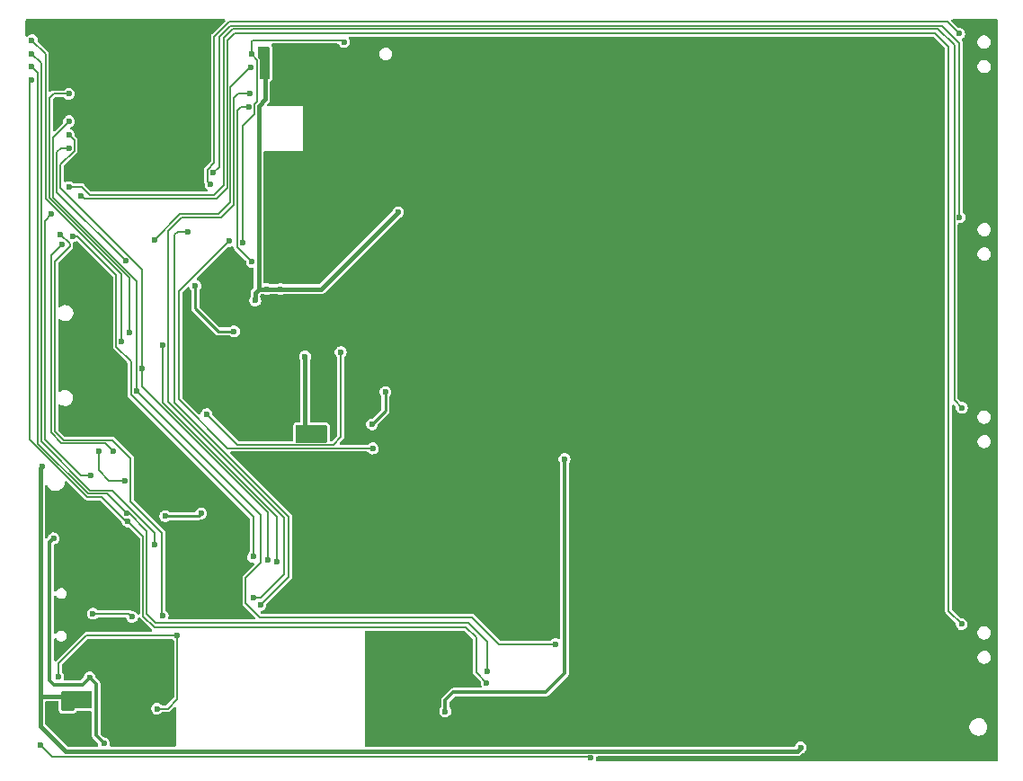
<source format=gtl>
G04 #@! TF.GenerationSoftware,KiCad,Pcbnew,5.99.0-unknown-6b9e44e59c~128~ubuntu18.04.1*
G04 #@! TF.CreationDate,2021-08-18T13:21:17+05:30*
G04 #@! TF.ProjectId,paperd_ink_rev3,70617065-7264-45f6-996e-6b5f72657633,rev?*
G04 #@! TF.SameCoordinates,Original*
G04 #@! TF.FileFunction,Copper,L1,Top*
G04 #@! TF.FilePolarity,Positive*
%FSLAX46Y46*%
G04 Gerber Fmt 4.6, Leading zero omitted, Abs format (unit mm)*
G04 Created by KiCad (PCBNEW 5.99.0-unknown-6b9e44e59c~128~ubuntu18.04.1) date 2021-08-18 13:21:17*
%MOMM*%
%LPD*%
G01*
G04 APERTURE LIST*
G04 #@! TA.AperFunction,ViaPad*
%ADD10C,0.600000*%
G04 #@! TD*
G04 #@! TA.AperFunction,Conductor*
%ADD11C,0.130000*%
G04 #@! TD*
G04 #@! TA.AperFunction,Conductor*
%ADD12C,0.400000*%
G04 #@! TD*
G04 #@! TA.AperFunction,Conductor*
%ADD13C,0.254000*%
G04 #@! TD*
G04 #@! TA.AperFunction,Conductor*
%ADD14C,0.300000*%
G04 #@! TD*
G04 #@! TA.AperFunction,Conductor*
%ADD15C,0.200000*%
G04 #@! TD*
G04 APERTURE END LIST*
D10*
X124800000Y-75230000D03*
X124800000Y-74255000D03*
X122465000Y-106421250D03*
X106760000Y-131380000D03*
X107910000Y-133830000D03*
X106960000Y-133880000D03*
X107910000Y-134630000D03*
X144690000Y-84995000D03*
X144690000Y-96845000D03*
X144690000Y-79070000D03*
X144690000Y-73145000D03*
X144690000Y-90920000D03*
X106210000Y-136330000D03*
X108061000Y-123048000D03*
X182297500Y-126520000D03*
X115140000Y-77363750D03*
X115140000Y-79351250D03*
X115140000Y-78357500D03*
X188768750Y-138940000D03*
X192190000Y-120813750D03*
X192190000Y-102138750D03*
X192190000Y-84388750D03*
X108061000Y-129480000D03*
X157292500Y-79070000D03*
X157292500Y-102770000D03*
X157292500Y-96845000D03*
X157292500Y-108695000D03*
X157292500Y-84995000D03*
X157292500Y-90920000D03*
X157292500Y-73145000D03*
X124465000Y-108080000D03*
X192190000Y-77545000D03*
X181925000Y-138940000D03*
X192190000Y-95295000D03*
X136930000Y-81935000D03*
X186465000Y-90936665D03*
X186465000Y-120589440D03*
X186465000Y-96867220D03*
X186465000Y-114658885D03*
X186465000Y-102797775D03*
X186465000Y-108728330D03*
X186465000Y-85006110D03*
X186465000Y-73145000D03*
X186465000Y-79075555D03*
X138005000Y-79910000D03*
X169795000Y-126520000D03*
X122465000Y-104762500D03*
X184206250Y-138940000D03*
X192190000Y-116251250D03*
X192190000Y-79826250D03*
X192190000Y-97576250D03*
X109115000Y-118220000D03*
X126465000Y-105695000D03*
X108061000Y-122248000D03*
X148957500Y-96845000D03*
X148957500Y-73145000D03*
X148957500Y-79070000D03*
X148957500Y-84995000D03*
X148957500Y-90920000D03*
X104410000Y-136330000D03*
X161460000Y-73145000D03*
X161460000Y-96845000D03*
X161460000Y-102770000D03*
X161460000Y-90920000D03*
X161460000Y-108695000D03*
X161460000Y-114620000D03*
X161460000Y-84995000D03*
X161460000Y-79070000D03*
X128915000Y-80420000D03*
X143510000Y-138180000D03*
X106065000Y-101870000D03*
X108065000Y-102500000D03*
X109665000Y-102500000D03*
X134865000Y-137245000D03*
X112265000Y-135630000D03*
X182297500Y-120589440D03*
X182297500Y-79075555D03*
X182297500Y-90936665D03*
X182297500Y-102797775D03*
X182297500Y-73145000D03*
X182297500Y-108728330D03*
X182297500Y-85006110D03*
X182297500Y-114658885D03*
X182297500Y-96867220D03*
X107415000Y-118220000D03*
X178130000Y-90936665D03*
X178130000Y-114658885D03*
X178130000Y-120589440D03*
X178130000Y-79075555D03*
X178130000Y-96867220D03*
X178130000Y-108728330D03*
X178130000Y-85006110D03*
X178130000Y-73145000D03*
X178130000Y-102797775D03*
X173962500Y-108728330D03*
X173962500Y-96867220D03*
X173962500Y-85006110D03*
X173962500Y-120589440D03*
X173962500Y-73145000D03*
X173962500Y-102797775D03*
X173962500Y-114658885D03*
X173962500Y-90936665D03*
X173962500Y-79075555D03*
X135015000Y-116820000D03*
X108061000Y-130380000D03*
X109665000Y-104760000D03*
X107965000Y-97980000D03*
X107865000Y-95720000D03*
X106065000Y-103820000D03*
X108065000Y-104760000D03*
X109665000Y-95720000D03*
X109665000Y-107020000D03*
X109665000Y-97980000D03*
X107865000Y-107020000D03*
X136930000Y-79910000D03*
X113165000Y-135630000D03*
X122465000Y-101445000D03*
X126015000Y-73145000D03*
X138005000Y-81935000D03*
X106110000Y-120980000D03*
X133265000Y-117845000D03*
X111365000Y-135630000D03*
X186465000Y-126520000D03*
X192190000Y-82107500D03*
X186487500Y-138940000D03*
X192190000Y-118532500D03*
X192190000Y-99857500D03*
X122465000Y-108080000D03*
X109115000Y-116445000D03*
X114165000Y-77363750D03*
X114165000Y-78357500D03*
X114165000Y-79351250D03*
X122465000Y-103103750D03*
X106065000Y-99920000D03*
X135815000Y-136132500D03*
X143510000Y-137242500D03*
X134865000Y-136132500D03*
X107865000Y-100240000D03*
X135815000Y-137245000D03*
X109665000Y-100240000D03*
X127615000Y-115745000D03*
X169795000Y-79075555D03*
X169795000Y-102797775D03*
X169795000Y-108728330D03*
X169795000Y-114658885D03*
X169795000Y-85006110D03*
X169795000Y-96867220D03*
X169795000Y-90936665D03*
X169795000Y-73145000D03*
X169795000Y-120589440D03*
X105310000Y-136330000D03*
X153045000Y-79070000D03*
X153045000Y-96845000D03*
X153045000Y-84995000D03*
X153045000Y-102770000D03*
X153045000Y-90920000D03*
X153045000Y-73145000D03*
X122600000Y-120980000D03*
X142510000Y-138180000D03*
X107460000Y-121030000D03*
X108240000Y-117345000D03*
X173962500Y-126520000D03*
X113190000Y-78357500D03*
X113190000Y-77363750D03*
X113190000Y-79351250D03*
X192190000Y-123095000D03*
X191050000Y-138940000D03*
X178130000Y-126520000D03*
X136930000Y-80922500D03*
X127740000Y-123820000D03*
X138005000Y-80922500D03*
X107415000Y-116445000D03*
X126465000Y-108080000D03*
X165627500Y-108728330D03*
X165627500Y-96867220D03*
X165627500Y-85006110D03*
X165627500Y-73145000D03*
X165627500Y-79075555D03*
X165627500Y-120589440D03*
X165627500Y-90936665D03*
X165627500Y-102797775D03*
X165627500Y-114620000D03*
X108061000Y-123848000D03*
X152990000Y-111545000D03*
X141765000Y-135320000D03*
X123865000Y-96620000D03*
X124965000Y-95545000D03*
X137310000Y-88310000D03*
X128160000Y-109580000D03*
X103790000Y-112245000D03*
X175240000Y-138720000D03*
X130210000Y-108657500D03*
X128560000Y-101880000D03*
X130210000Y-109580000D03*
X126240000Y-95545000D03*
X124800000Y-73280000D03*
X128160000Y-108657500D03*
X104865000Y-119020000D03*
X109610000Y-138330000D03*
X108265000Y-132120000D03*
X118765000Y-116670000D03*
X115365000Y-116920000D03*
X132225000Y-72250000D03*
X105665000Y-91295000D03*
X122715000Y-91145000D03*
X110465000Y-110820000D03*
X123515000Y-73420000D03*
X123365000Y-77095000D03*
X123660000Y-124610000D03*
X117500000Y-90120000D03*
X124340000Y-125310000D03*
X123659999Y-120745000D03*
X106640000Y-90570000D03*
X114340000Y-119645000D03*
X102820000Y-73350000D03*
X125040000Y-121070000D03*
X113205001Y-103005001D03*
X106310000Y-81010000D03*
X115110000Y-100820000D03*
X125870000Y-121180000D03*
X111260000Y-100470000D03*
X102820000Y-72100000D03*
X111840000Y-117410000D03*
X102800000Y-75860000D03*
X145665000Y-132620000D03*
X112710000Y-105110000D03*
X106310000Y-79730000D03*
X152165000Y-128970000D03*
X145720000Y-131590000D03*
X102800000Y-74600000D03*
X111770000Y-116670000D03*
X111627482Y-113582518D03*
X109090000Y-110795000D03*
X106310000Y-77140000D03*
X111990000Y-99590000D03*
X121865000Y-99520000D03*
X118210000Y-95230000D03*
X108410000Y-113110000D03*
X104680000Y-88460000D03*
X134920000Y-110550000D03*
X121390000Y-91020000D03*
X111640000Y-92900000D03*
X106310000Y-82280000D03*
X115139999Y-126294999D03*
X123420000Y-74625000D03*
X105310000Y-132080000D03*
X114615000Y-135070000D03*
X114390000Y-90895000D03*
X116525000Y-128180000D03*
X105490000Y-90390000D03*
X123300989Y-78375157D03*
X123560500Y-92970000D03*
X119265000Y-107320000D03*
X131910000Y-101480000D03*
X134860000Y-108280000D03*
X136110000Y-105230000D03*
X103660000Y-138530000D03*
X155415000Y-139709001D03*
X190390000Y-127095000D03*
X107465000Y-86720000D03*
X190415000Y-106720000D03*
X106315000Y-85920000D03*
X190190000Y-88770000D03*
X119890000Y-84570000D03*
X190165000Y-71470000D03*
X119665000Y-85695000D03*
X108565000Y-126120000D03*
X112265000Y-126420000D03*
D11*
X155415000Y-139709001D02*
X155335999Y-139630000D01*
X155335999Y-139630000D02*
X104760000Y-139630000D01*
X104760000Y-139630000D02*
X103660000Y-138530000D01*
D12*
X103610000Y-112425000D02*
X103790000Y-112245000D01*
X174880499Y-139079501D02*
X106009501Y-139079501D01*
X175240000Y-138720000D02*
X174880499Y-139079501D01*
X106009501Y-139079501D02*
X103610000Y-136680000D01*
X103610000Y-136680000D02*
X103610000Y-112425000D01*
D13*
X120365000Y-99520000D02*
X118210000Y-97365000D01*
X118210000Y-97365000D02*
X118210000Y-95230000D01*
X121865000Y-99520000D02*
X120365000Y-99520000D01*
D12*
X103810000Y-133880000D02*
X103790000Y-133900000D01*
X106960000Y-133880000D02*
X103810000Y-133880000D01*
D11*
X105310000Y-132080000D02*
X105310000Y-130830000D01*
X105310000Y-130830000D02*
X107960000Y-128180000D01*
X107960000Y-128180000D02*
X116525000Y-128180000D01*
D14*
X107605499Y-132779501D02*
X104924501Y-132779501D01*
X108265000Y-132120000D02*
X107605499Y-132779501D01*
X104924501Y-132779501D02*
X104515000Y-132370000D01*
X104515000Y-119370000D02*
X104865000Y-119020000D01*
X104515000Y-132370000D02*
X104515000Y-119370000D01*
X152990000Y-111545000D02*
X152990000Y-131720000D01*
X152990000Y-131720000D02*
X151190000Y-133520000D01*
X142530000Y-133520000D02*
X141765000Y-134285000D01*
X151190000Y-133520000D02*
X142530000Y-133520000D01*
X141765000Y-134285000D02*
X141765000Y-135320000D01*
D12*
X128560000Y-106990000D02*
X128560000Y-101855000D01*
X124805000Y-73285000D02*
X124800000Y-73280000D01*
X124965000Y-95545000D02*
X126240000Y-95545000D01*
X124190000Y-95545000D02*
X124190000Y-78267128D01*
X124800000Y-77657128D02*
X124800000Y-73280000D01*
X128560000Y-101855000D02*
X128560000Y-101880000D01*
X130227500Y-108657500D02*
X130227500Y-108662500D01*
X124190000Y-78267128D02*
X124800000Y-77657128D01*
X123865000Y-96620000D02*
X123865000Y-95870000D01*
X123865000Y-95870000D02*
X124190000Y-95545000D01*
X128560000Y-106990000D02*
X128560000Y-108730000D01*
X124965000Y-95545000D02*
X124190000Y-95545000D01*
X130075000Y-95545000D02*
X137310000Y-88310000D01*
X130227500Y-108657500D02*
X130237500Y-108657500D01*
X126240000Y-95545000D02*
X130075000Y-95545000D01*
D14*
X108265000Y-132120000D02*
X108865000Y-132720000D01*
X108865000Y-132720000D02*
X108865000Y-137585000D01*
X108865000Y-137585000D02*
X109610000Y-138330000D01*
D13*
X118515000Y-116920000D02*
X118765000Y-116670000D01*
X115365000Y-116920000D02*
X118515000Y-116920000D01*
D11*
X123795489Y-79039511D02*
X122715000Y-80120000D01*
X104615000Y-109045000D02*
X105615000Y-110045000D01*
X109690000Y-110045000D02*
X110465000Y-110820000D01*
X132065000Y-72090000D02*
X132225000Y-72250000D01*
X124065000Y-73970000D02*
X124065000Y-77834206D01*
X123515000Y-72200000D02*
X123625000Y-72090000D01*
X123625000Y-72090000D02*
X132065000Y-72090000D01*
X122715000Y-80120000D02*
X122715000Y-91145000D01*
X123515000Y-73420000D02*
X124065000Y-73970000D01*
X105665000Y-91295000D02*
X104615000Y-92345000D01*
X123795489Y-78103717D02*
X123795489Y-79039511D01*
X123515000Y-73420000D02*
X123515000Y-72200000D01*
X124065000Y-77834206D02*
X123795489Y-78103717D01*
X105615000Y-110045000D02*
X109690000Y-110045000D01*
X104615000Y-92345000D02*
X104615000Y-109045000D01*
X122290000Y-77095000D02*
X123365000Y-77095000D01*
X124370000Y-124610000D02*
X123660000Y-124610000D01*
X116950000Y-88830000D02*
X120610000Y-88830000D01*
X115680000Y-90100000D02*
X116950000Y-88830000D01*
X126580000Y-117040000D02*
X126580000Y-122400000D01*
X126580000Y-122400000D02*
X124370000Y-124610000D01*
X121830000Y-77555000D02*
X122290000Y-77095000D01*
X115680000Y-106140000D02*
X126580000Y-117040000D01*
X115680000Y-106140000D02*
X115680000Y-90100000D01*
X120610000Y-88830000D02*
X121830000Y-87610000D01*
X121830000Y-87610000D02*
X121830000Y-77555000D01*
X127020000Y-116990000D02*
X127020000Y-122630000D01*
X117500000Y-90120000D02*
X116550000Y-90120000D01*
X116240000Y-90430000D02*
X116240000Y-106210000D01*
X127020000Y-122630000D02*
X124340000Y-125310000D01*
X116240000Y-106210000D02*
X127020000Y-116990000D01*
X116550000Y-90120000D02*
X116240000Y-90430000D01*
X110764999Y-100945001D02*
X112140000Y-102320002D01*
X123659999Y-117014999D02*
X112140000Y-105495000D01*
X107140000Y-90570000D02*
X110764999Y-94194999D01*
X106640000Y-90570000D02*
X107140000Y-90570000D01*
X112140000Y-105495000D02*
X112140000Y-102320002D01*
X123659999Y-120745000D02*
X123659999Y-117014999D01*
X110764999Y-94194999D02*
X110764999Y-100945001D01*
X103715000Y-109915000D02*
X103715000Y-74245000D01*
X108320000Y-114520000D02*
X103715000Y-109915000D01*
X110390000Y-114520000D02*
X108320000Y-114520000D01*
X114340000Y-118470000D02*
X110390000Y-114520000D01*
X114340000Y-119645000D02*
X114340000Y-118470000D01*
X103715000Y-74245000D02*
X102820000Y-73350000D01*
X113205001Y-104722709D02*
X125040000Y-116557708D01*
X105515000Y-83807602D02*
X105515000Y-85995000D01*
X113205001Y-93685001D02*
X113205001Y-103005001D01*
X113205001Y-103005001D02*
X113205001Y-104722709D01*
X105515000Y-85995000D02*
X113205001Y-93685001D01*
X106805001Y-82517601D02*
X105515000Y-83807602D01*
X106805001Y-81515001D02*
X106805001Y-82517601D01*
X106300000Y-81010000D02*
X106805001Y-81515001D01*
X125040000Y-121070000D02*
X125040000Y-116557708D01*
X125870000Y-117020000D02*
X115110000Y-106260000D01*
X115110000Y-106260000D02*
X115110000Y-100820000D01*
X111260000Y-100470000D02*
X111260000Y-94170000D01*
X104100000Y-73390000D02*
X102810000Y-72100000D01*
X104100000Y-87010000D02*
X104100000Y-73390000D01*
X125870000Y-121180000D02*
X125870000Y-117020000D01*
X111260000Y-94170000D02*
X104100000Y-87010000D01*
X143715000Y-127395000D02*
X114340000Y-127395000D01*
X108044893Y-115120000D02*
X102615000Y-109690107D01*
X144665000Y-131620000D02*
X144665000Y-128345000D01*
X102615000Y-109690107D02*
X102615000Y-75860000D01*
X145665000Y-132620000D02*
X144665000Y-131620000D01*
X111680000Y-117410000D02*
X109390000Y-115120000D01*
X109390000Y-115120000D02*
X108044893Y-115120000D01*
X113315000Y-126370000D02*
X113315000Y-118885000D01*
X114340000Y-127395000D02*
X113315000Y-126370000D01*
X144665000Y-128345000D02*
X143715000Y-127395000D01*
X113315000Y-118885000D02*
X111840000Y-117410000D01*
X111840000Y-117410000D02*
X111680000Y-117410000D01*
X144290000Y-126445000D02*
X124290000Y-126445000D01*
X124290000Y-126445000D02*
X122965000Y-125120000D01*
X112710000Y-94780000D02*
X112710000Y-105110000D01*
X124390000Y-116790000D02*
X112710000Y-105110000D01*
X106380000Y-79730000D02*
X104846761Y-81263239D01*
X122965000Y-125120000D02*
X122965000Y-122745000D01*
X146815000Y-128970000D02*
X144290000Y-126445000D01*
X152165000Y-128970000D02*
X146815000Y-128970000D01*
X124390000Y-121320000D02*
X124390000Y-116790000D01*
X122965000Y-122745000D02*
X124390000Y-121320000D01*
X104846761Y-86916761D02*
X112710000Y-94780000D01*
X104846761Y-81263239D02*
X104846761Y-86916761D01*
X143965000Y-126995000D02*
X114465000Y-126995000D01*
X102800000Y-74600000D02*
X103390000Y-75190000D01*
X113640000Y-118320000D02*
X111990000Y-116670000D01*
X109920000Y-114820000D02*
X111770000Y-116670000D01*
X114465000Y-126995000D02*
X113640000Y-126170000D01*
X145720000Y-131590000D02*
X145720000Y-128750000D01*
X103390000Y-75190000D02*
X103390000Y-110097398D01*
X113640000Y-126170000D02*
X113640000Y-118320000D01*
X108112602Y-114820000D02*
X109920000Y-114820000D01*
X111990000Y-116670000D02*
X111770000Y-116670000D01*
X103390000Y-110097398D02*
X108112602Y-114820000D01*
X145720000Y-128750000D02*
X143965000Y-126995000D01*
X110102518Y-113582518D02*
X111627482Y-113582518D01*
X110102518Y-113582518D02*
X109090000Y-112570000D01*
X109090000Y-112570000D02*
X109090000Y-110795000D01*
X104860000Y-77140000D02*
X106340000Y-77140000D01*
X104479990Y-77520010D02*
X104860000Y-77140000D01*
X104479990Y-86939990D02*
X104479990Y-77520010D01*
X111990000Y-94450000D02*
X104479990Y-86939990D01*
X111990000Y-99590000D02*
X111990000Y-94450000D01*
X107460000Y-113110000D02*
X108410000Y-113110000D01*
X104680000Y-88460000D02*
X104040000Y-89100000D01*
X104040000Y-89100000D02*
X104040000Y-109690000D01*
X104040000Y-109690000D02*
X107460000Y-113110000D01*
X116670000Y-95740000D02*
X116670000Y-105920000D01*
X121270000Y-110520000D02*
X134890000Y-110520000D01*
X116670000Y-105920000D02*
X121270000Y-110520000D01*
X121390000Y-91020000D02*
X116670000Y-95740000D01*
X134890000Y-110520000D02*
X134920000Y-110550000D01*
X105180000Y-86440000D02*
X105180000Y-82640000D01*
X105540000Y-82280000D02*
X106310000Y-82280000D01*
X111640000Y-92900000D02*
X105180000Y-86440000D01*
X105180000Y-82640000D02*
X105540000Y-82280000D01*
X123360000Y-74625000D02*
X121490000Y-76495000D01*
X115064999Y-126219999D02*
X115139999Y-126294999D01*
X115064999Y-126219999D02*
X115064999Y-118494999D01*
X104965000Y-92970000D02*
X104965000Y-108945000D01*
X105490000Y-90390000D02*
X106390000Y-91290000D01*
X105790000Y-109770000D02*
X110440000Y-109770000D01*
X116525000Y-134160000D02*
X116525000Y-131030000D01*
X104965000Y-108945000D02*
X105790000Y-109770000D01*
X106390000Y-91545000D02*
X104965000Y-92970000D01*
X115615000Y-135070000D02*
X116525000Y-134160000D01*
X114615000Y-135070000D02*
X115615000Y-135070000D01*
X123420000Y-74625000D02*
X123360000Y-74625000D01*
X116790000Y-88495000D02*
X114390000Y-90895000D01*
X110440000Y-109770000D02*
X112122483Y-111452483D01*
X121490000Y-87395000D02*
X120390000Y-88495000D01*
X116525000Y-131030000D02*
X116525000Y-128180000D01*
X112122483Y-115552483D02*
X115064999Y-118494999D01*
X106390000Y-91290000D02*
X106390000Y-91545000D01*
X112122483Y-111452483D02*
X112122483Y-115552483D01*
X121490000Y-76495000D02*
X121490000Y-87395000D01*
X120390000Y-88495000D02*
X116790000Y-88495000D01*
X122534843Y-78375157D02*
X123300989Y-78375157D01*
X123560500Y-92970000D02*
X122165000Y-91574500D01*
X122165000Y-91574500D02*
X122165000Y-78745000D01*
X122165000Y-78745000D02*
X122534843Y-78375157D01*
X131165000Y-110220000D02*
X131207500Y-110177500D01*
X122165000Y-110220000D02*
X131165000Y-110220000D01*
X119265000Y-107320000D02*
X122165000Y-110220000D01*
X131910000Y-109475000D02*
X131207500Y-110177500D01*
X131910000Y-101480000D02*
X131910000Y-109475000D01*
D13*
X134860000Y-108280000D02*
X136110000Y-107030000D01*
X136110000Y-107030000D02*
X136110000Y-105230000D01*
D11*
X107764999Y-87019999D02*
X107465000Y-86720000D01*
X121229990Y-86005010D02*
X120215001Y-87019999D01*
X189165000Y-72695000D02*
X187890000Y-71420000D01*
X187890000Y-71420000D02*
X121890000Y-71420000D01*
X121890000Y-71420000D02*
X121229990Y-72080010D01*
X120215001Y-87019999D02*
X107764999Y-87019999D01*
X121229990Y-72080010D02*
X121229990Y-86005010D01*
X190390000Y-127095000D02*
X189165000Y-125870000D01*
X189165000Y-125870000D02*
X189165000Y-72695000D01*
X119940000Y-86695000D02*
X108315000Y-86695000D01*
X121720000Y-71045000D02*
X120890000Y-71875000D01*
X189694999Y-72574999D02*
X188165000Y-71045000D01*
X120890000Y-71875000D02*
X120890000Y-85745000D01*
X189694999Y-105999999D02*
X189694999Y-72574999D01*
X190415000Y-106720000D02*
X189694999Y-105999999D01*
X120890000Y-85745000D02*
X119940000Y-86695000D01*
X107540000Y-85920000D02*
X106315000Y-85920000D01*
X188165000Y-71045000D02*
X121720000Y-71045000D01*
X108315000Y-86695000D02*
X107540000Y-85920000D01*
X119890000Y-84570000D02*
X120440000Y-84020000D01*
X188565000Y-70745000D02*
X190190000Y-72370000D01*
X121490000Y-70745000D02*
X188565000Y-70745000D01*
X120440000Y-84020000D02*
X120440000Y-71795000D01*
X190190000Y-72370000D02*
X190190000Y-88770000D01*
X120440000Y-71795000D02*
X121490000Y-70745000D01*
X119365001Y-85395001D02*
X119365001Y-84289999D01*
X189040000Y-70345000D02*
X190165000Y-71470000D01*
X120005000Y-83650000D02*
X120005000Y-71760000D01*
X121420000Y-70345000D02*
X189040000Y-70345000D01*
X119665000Y-85695000D02*
X119365001Y-85395001D01*
X119365001Y-84289999D02*
X120005000Y-83650000D01*
X120005000Y-71760000D02*
X121420000Y-70345000D01*
D15*
X111965000Y-126120000D02*
X112265000Y-126420000D01*
X108565000Y-126120000D02*
X111965000Y-126120000D01*
G04 #@! TA.AperFunction,Conductor*
G36*
X193748121Y-70120002D02*
G01*
X193794614Y-70173658D01*
X193806000Y-70226000D01*
X193806000Y-139900000D01*
X193785998Y-139968121D01*
X193732342Y-140014614D01*
X193680000Y-140026000D01*
X156072178Y-140026000D01*
X156004057Y-140005998D01*
X155957564Y-139952342D01*
X155947460Y-139882068D01*
X155949371Y-139873442D01*
X155950620Y-139870714D01*
X155974377Y-139720718D01*
X155974500Y-139709001D01*
X155970130Y-139677101D01*
X155980701Y-139606897D01*
X156027550Y-139553552D01*
X156094964Y-139534001D01*
X174847171Y-139534001D01*
X174861981Y-139534874D01*
X174894932Y-139538774D01*
X174904196Y-139537082D01*
X174904197Y-139537082D01*
X174953157Y-139528140D01*
X174957063Y-139527490D01*
X175006299Y-139520088D01*
X175015611Y-139518688D01*
X175022177Y-139515535D01*
X175029339Y-139514227D01*
X175081900Y-139486924D01*
X175085388Y-139485181D01*
X175138776Y-139459545D01*
X175144071Y-139454650D01*
X175144208Y-139454558D01*
X175150586Y-139451245D01*
X175156954Y-139445806D01*
X175195718Y-139407042D01*
X175199284Y-139403612D01*
X175232192Y-139373192D01*
X175239107Y-139366800D01*
X175242660Y-139360684D01*
X175247673Y-139355087D01*
X175306352Y-139296408D01*
X175355258Y-139266084D01*
X175370148Y-139261073D01*
X175488773Y-139221151D01*
X175495878Y-139216322D01*
X175495881Y-139216321D01*
X175607275Y-139140618D01*
X175607276Y-139140617D01*
X175614379Y-139135790D01*
X175628051Y-139119611D01*
X175706858Y-139026355D01*
X175706860Y-139026352D01*
X175712401Y-139019795D01*
X175775620Y-138881713D01*
X175799377Y-138731717D01*
X175799500Y-138720000D01*
X175778889Y-138569539D01*
X175775477Y-138561654D01*
X175721987Y-138438045D01*
X175721985Y-138438042D01*
X175718576Y-138430164D01*
X175623004Y-138312142D01*
X175499214Y-138224169D01*
X175356327Y-138172726D01*
X175347767Y-138172097D01*
X175347765Y-138172097D01*
X175255187Y-138165299D01*
X175204869Y-138161604D01*
X175110336Y-138180665D01*
X175073695Y-138188053D01*
X175055999Y-138191621D01*
X175048347Y-138195520D01*
X174928337Y-138256668D01*
X174928334Y-138256670D01*
X174920686Y-138260567D01*
X174914364Y-138266380D01*
X174914363Y-138266381D01*
X174864598Y-138312142D01*
X174808898Y-138363361D01*
X174804370Y-138370663D01*
X174804369Y-138370665D01*
X174756254Y-138448267D01*
X174728871Y-138492431D01*
X174726476Y-138500675D01*
X174726475Y-138500677D01*
X174716749Y-138534155D01*
X174678535Y-138593990D01*
X174614039Y-138623667D01*
X174595752Y-138625001D01*
X134291000Y-138625001D01*
X134222879Y-138604999D01*
X134176386Y-138551343D01*
X134165000Y-138499001D01*
X134165000Y-136867334D01*
X191129077Y-136867334D01*
X191130520Y-136874006D01*
X191130520Y-136874010D01*
X191164613Y-137031693D01*
X191167214Y-137043725D01*
X191242339Y-137207812D01*
X191350947Y-137351939D01*
X191487970Y-137469382D01*
X191647016Y-137554662D01*
X191653584Y-137556521D01*
X191653585Y-137556521D01*
X191733841Y-137579231D01*
X191820665Y-137603800D01*
X191827476Y-137604205D01*
X191827478Y-137604205D01*
X191964743Y-137612360D01*
X192000814Y-137614503D01*
X192080125Y-137601941D01*
X192172325Y-137587338D01*
X192172329Y-137587337D01*
X192179059Y-137586271D01*
X192185405Y-137583784D01*
X192185409Y-137583783D01*
X192288058Y-137543555D01*
X192347084Y-137520423D01*
X192497049Y-137420030D01*
X192621958Y-137289776D01*
X192671990Y-137207812D01*
X192712427Y-137141565D01*
X192712428Y-137141563D01*
X192715983Y-137135739D01*
X192774737Y-136965104D01*
X192795480Y-136785833D01*
X192795500Y-136780000D01*
X192776010Y-136600589D01*
X192718448Y-136429548D01*
X192625501Y-136274857D01*
X192563458Y-136209248D01*
X192506193Y-136148693D01*
X192506191Y-136148691D01*
X192501504Y-136143735D01*
X192352243Y-136042297D01*
X192345909Y-136039764D01*
X192345906Y-136039762D01*
X192191020Y-135977812D01*
X192191015Y-135977811D01*
X192184683Y-135975278D01*
X192177956Y-135974164D01*
X192177951Y-135974163D01*
X192013377Y-135946918D01*
X192013373Y-135946918D01*
X192006639Y-135945803D01*
X191999822Y-135946160D01*
X191999818Y-135946160D01*
X191851001Y-135953960D01*
X191826419Y-135955248D01*
X191819846Y-135957059D01*
X191819843Y-135957059D01*
X191659010Y-136001360D01*
X191652432Y-136003172D01*
X191492794Y-136087339D01*
X191487585Y-136091741D01*
X191487582Y-136091743D01*
X191360168Y-136199416D01*
X191360164Y-136199420D01*
X191354954Y-136203823D01*
X191350807Y-136209247D01*
X191350806Y-136209248D01*
X191300644Y-136274857D01*
X191245343Y-136347188D01*
X191242459Y-136353374D01*
X191242456Y-136353378D01*
X191206938Y-136429548D01*
X191169075Y-136510747D01*
X191129707Y-136686868D01*
X191129683Y-136693697D01*
X191129683Y-136693698D01*
X191129648Y-136703698D01*
X191129077Y-136867334D01*
X134165000Y-136867334D01*
X134165000Y-127840500D01*
X134185002Y-127772379D01*
X134238658Y-127725886D01*
X134291000Y-127714500D01*
X143530469Y-127714500D01*
X143598590Y-127734502D01*
X143619564Y-127751405D01*
X144308595Y-128440436D01*
X144342621Y-128502748D01*
X144345500Y-128529531D01*
X144345500Y-131599740D01*
X144345021Y-131610721D01*
X144341735Y-131648281D01*
X144351285Y-131683923D01*
X144353662Y-131694644D01*
X144360070Y-131730986D01*
X144365582Y-131740533D01*
X144366683Y-131743559D01*
X144368049Y-131746488D01*
X144370903Y-131757139D01*
X144377227Y-131766170D01*
X144377228Y-131766173D01*
X144392066Y-131787364D01*
X144397972Y-131796634D01*
X144416419Y-131828585D01*
X144445299Y-131852818D01*
X144453404Y-131860245D01*
X145074257Y-132481099D01*
X145108282Y-132543411D01*
X145111154Y-132571512D01*
X145109912Y-132690124D01*
X145149218Y-132836815D01*
X145179222Y-132887549D01*
X145201584Y-132925361D01*
X145219044Y-132994177D01*
X145196527Y-133061508D01*
X145141183Y-133105978D01*
X145093131Y-133115500D01*
X142498431Y-133115500D01*
X142498254Y-133115528D01*
X142497898Y-133115542D01*
X142465940Y-133115542D01*
X142444720Y-133122437D01*
X142425499Y-133127051D01*
X142413249Y-133128991D01*
X142413247Y-133128992D01*
X142403458Y-133130542D01*
X142394626Y-133135042D01*
X142394624Y-133135043D01*
X142383583Y-133140669D01*
X142365315Y-133148236D01*
X142353526Y-133152067D01*
X142353525Y-133152068D01*
X142344090Y-133155133D01*
X142336066Y-133160963D01*
X142336064Y-133160964D01*
X142326042Y-133168246D01*
X142309183Y-133178578D01*
X142289302Y-133188708D01*
X142266703Y-133211307D01*
X142266442Y-133211548D01*
X142266298Y-133211653D01*
X141456653Y-134021298D01*
X141456548Y-134021442D01*
X141456307Y-134021703D01*
X141433708Y-134044302D01*
X141429208Y-134053134D01*
X141423580Y-134064180D01*
X141413246Y-134081041D01*
X141400133Y-134099090D01*
X141397068Y-134108525D01*
X141397067Y-134108526D01*
X141393236Y-134120315D01*
X141385669Y-134138583D01*
X141375542Y-134158458D01*
X141373992Y-134168247D01*
X141373991Y-134168249D01*
X141372051Y-134180499D01*
X141367437Y-134199720D01*
X141360542Y-134220940D01*
X141360542Y-134252898D01*
X141360528Y-134253254D01*
X141360500Y-134253431D01*
X141360500Y-134887671D01*
X141340498Y-134955792D01*
X141337154Y-134960367D01*
X141333898Y-134963361D01*
X141253871Y-135092431D01*
X141211502Y-135238267D01*
X141211412Y-135246853D01*
X141211412Y-135246854D01*
X141210694Y-135315425D01*
X141209912Y-135390124D01*
X141249218Y-135536815D01*
X141326524Y-135667532D01*
X141436134Y-135772645D01*
X141569974Y-135844409D01*
X141578356Y-135846283D01*
X141578357Y-135846283D01*
X141709797Y-135875664D01*
X141709799Y-135875664D01*
X141718182Y-135877538D01*
X141813885Y-135872522D01*
X141861257Y-135870040D01*
X141861258Y-135870040D01*
X141869840Y-135869590D01*
X142013773Y-135821151D01*
X142020878Y-135816322D01*
X142020881Y-135816321D01*
X142132275Y-135740618D01*
X142132276Y-135740617D01*
X142139379Y-135735790D01*
X142144922Y-135729231D01*
X142231858Y-135626355D01*
X142231860Y-135626352D01*
X142237401Y-135619795D01*
X142281973Y-135522441D01*
X142297045Y-135489522D01*
X142297045Y-135489520D01*
X142300620Y-135481713D01*
X142324377Y-135331717D01*
X142324500Y-135320000D01*
X142303889Y-135169539D01*
X142287442Y-135131532D01*
X142246987Y-135038045D01*
X142246985Y-135038042D01*
X142243576Y-135030164D01*
X142197579Y-134973362D01*
X142170254Y-134907834D01*
X142169500Y-134894068D01*
X142169500Y-134504739D01*
X142189502Y-134436618D01*
X142206405Y-134415644D01*
X142660644Y-133961405D01*
X142722956Y-133927379D01*
X142749739Y-133924500D01*
X151221569Y-133924500D01*
X151221746Y-133924472D01*
X151222102Y-133924458D01*
X151254060Y-133924458D01*
X151275280Y-133917563D01*
X151294501Y-133912949D01*
X151306751Y-133911009D01*
X151306753Y-133911008D01*
X151316542Y-133909458D01*
X151325374Y-133904958D01*
X151325376Y-133904957D01*
X151336417Y-133899331D01*
X151354685Y-133891764D01*
X151366474Y-133887933D01*
X151366475Y-133887932D01*
X151375910Y-133884867D01*
X151393959Y-133871754D01*
X151410817Y-133861422D01*
X151430698Y-133851292D01*
X151453297Y-133828693D01*
X151453558Y-133828452D01*
X151453702Y-133828347D01*
X153298347Y-131983702D01*
X153298452Y-131983558D01*
X153298693Y-131983297D01*
X153321292Y-131960698D01*
X153331422Y-131940817D01*
X153341754Y-131923958D01*
X153349036Y-131913936D01*
X153349037Y-131913934D01*
X153354867Y-131905910D01*
X153357933Y-131896474D01*
X153361764Y-131884685D01*
X153369331Y-131866417D01*
X153374957Y-131855376D01*
X153374958Y-131855374D01*
X153379458Y-131846542D01*
X153382949Y-131824501D01*
X153387563Y-131805280D01*
X153394458Y-131784060D01*
X153394458Y-131752102D01*
X153394472Y-131751746D01*
X153394500Y-131751569D01*
X153394500Y-130140476D01*
X191880503Y-130140476D01*
X191880503Y-130299524D01*
X191920057Y-130453575D01*
X191996679Y-130592950D01*
X192105554Y-130708891D01*
X192239843Y-130794113D01*
X192330119Y-130823445D01*
X192383569Y-130840812D01*
X192383571Y-130840812D01*
X192391107Y-130843261D01*
X192399016Y-130843759D01*
X192399018Y-130843759D01*
X192470474Y-130848255D01*
X192549841Y-130853248D01*
X192557626Y-130851763D01*
X192698284Y-130824931D01*
X192698288Y-130824930D01*
X192706071Y-130823445D01*
X192778026Y-130789586D01*
X192842808Y-130759102D01*
X192842809Y-130759101D01*
X192849982Y-130755726D01*
X192972531Y-130654345D01*
X193066017Y-130525673D01*
X193094563Y-130453575D01*
X193121647Y-130385166D01*
X193124566Y-130377794D01*
X193144500Y-130220000D01*
X193124566Y-130062206D01*
X193097604Y-129994106D01*
X193068937Y-129921701D01*
X193068935Y-129921698D01*
X193066017Y-129914327D01*
X192972531Y-129785655D01*
X192849982Y-129684274D01*
X192706071Y-129616555D01*
X192698288Y-129615070D01*
X192698284Y-129615069D01*
X192557626Y-129588237D01*
X192557625Y-129588237D01*
X192549841Y-129586752D01*
X192470474Y-129591745D01*
X192399018Y-129596241D01*
X192399016Y-129596241D01*
X192391107Y-129596739D01*
X192383571Y-129599188D01*
X192383569Y-129599188D01*
X192343663Y-129612154D01*
X192239843Y-129645887D01*
X192105554Y-129731109D01*
X191996679Y-129847050D01*
X191920057Y-129986425D01*
X191880503Y-130140476D01*
X153394500Y-130140476D01*
X153394500Y-127840476D01*
X191880503Y-127840476D01*
X191880503Y-127999524D01*
X191920057Y-128153575D01*
X191996679Y-128292950D01*
X192105554Y-128408891D01*
X192239843Y-128494113D01*
X192330119Y-128523445D01*
X192383569Y-128540812D01*
X192383571Y-128540812D01*
X192391107Y-128543261D01*
X192399016Y-128543759D01*
X192399018Y-128543759D01*
X192470474Y-128548254D01*
X192549841Y-128553248D01*
X192557626Y-128551763D01*
X192698284Y-128524931D01*
X192698288Y-128524930D01*
X192706071Y-128523445D01*
X192804292Y-128477226D01*
X192842808Y-128459102D01*
X192842809Y-128459101D01*
X192849982Y-128455726D01*
X192972531Y-128354345D01*
X193066017Y-128225673D01*
X193070171Y-128215183D01*
X193121647Y-128085166D01*
X193124566Y-128077794D01*
X193144500Y-127920000D01*
X193124566Y-127762206D01*
X193095620Y-127689097D01*
X193068937Y-127621701D01*
X193068935Y-127621698D01*
X193066017Y-127614327D01*
X192972531Y-127485655D01*
X192849982Y-127384274D01*
X192706071Y-127316555D01*
X192698288Y-127315070D01*
X192698284Y-127315069D01*
X192557626Y-127288237D01*
X192557625Y-127288237D01*
X192549841Y-127286752D01*
X192470474Y-127291746D01*
X192399018Y-127296241D01*
X192399016Y-127296241D01*
X192391107Y-127296739D01*
X192383571Y-127299188D01*
X192383569Y-127299188D01*
X192370252Y-127303515D01*
X192239843Y-127345887D01*
X192105554Y-127431109D01*
X191996679Y-127547050D01*
X191920057Y-127686425D01*
X191880503Y-127840476D01*
X153394500Y-127840476D01*
X153394500Y-111971255D01*
X153414502Y-111903134D01*
X153424261Y-111889928D01*
X153456858Y-111851355D01*
X153456860Y-111851352D01*
X153462401Y-111844795D01*
X153525620Y-111706713D01*
X153549377Y-111556717D01*
X153549500Y-111545000D01*
X153528889Y-111394539D01*
X153520721Y-111375664D01*
X153471987Y-111263045D01*
X153471985Y-111263042D01*
X153468576Y-111255164D01*
X153373004Y-111137142D01*
X153249214Y-111049169D01*
X153106327Y-110997726D01*
X153097767Y-110997097D01*
X153097765Y-110997097D01*
X153005187Y-110990299D01*
X152954869Y-110986604D01*
X152805999Y-111016621D01*
X152798347Y-111020520D01*
X152678337Y-111081668D01*
X152678334Y-111081670D01*
X152670686Y-111085567D01*
X152664364Y-111091380D01*
X152664363Y-111091381D01*
X152641953Y-111111988D01*
X152558898Y-111188361D01*
X152554370Y-111195663D01*
X152554369Y-111195665D01*
X152498905Y-111285119D01*
X152478871Y-111317431D01*
X152436502Y-111463267D01*
X152434912Y-111615124D01*
X152474218Y-111761815D01*
X152551524Y-111892532D01*
X152557726Y-111898479D01*
X152558247Y-111899137D01*
X152584883Y-111964948D01*
X152585500Y-111977400D01*
X152585500Y-128352956D01*
X152565498Y-128421077D01*
X152511842Y-128467570D01*
X152441568Y-128477674D01*
X152416825Y-128471509D01*
X152281327Y-128422726D01*
X152272767Y-128422097D01*
X152272765Y-128422097D01*
X152180187Y-128415299D01*
X152129869Y-128411604D01*
X151980999Y-128441621D01*
X151963234Y-128450673D01*
X151853337Y-128506668D01*
X151853334Y-128506670D01*
X151845686Y-128510567D01*
X151839364Y-128516380D01*
X151839363Y-128516381D01*
X151789598Y-128562142D01*
X151733898Y-128613361D01*
X151732340Y-128611666D01*
X151683640Y-128644556D01*
X151645396Y-128650500D01*
X146999531Y-128650500D01*
X146931410Y-128630498D01*
X146910436Y-128613595D01*
X144530251Y-126233410D01*
X144522824Y-126225306D01*
X144505671Y-126204864D01*
X144505672Y-126204864D01*
X144498585Y-126196419D01*
X144489039Y-126190908D01*
X144489037Y-126190906D01*
X144466634Y-126177972D01*
X144457364Y-126172066D01*
X144436173Y-126157228D01*
X144436170Y-126157227D01*
X144427139Y-126150903D01*
X144416488Y-126148049D01*
X144413559Y-126146683D01*
X144410533Y-126145582D01*
X144400986Y-126140070D01*
X144381606Y-126136653D01*
X144364644Y-126133662D01*
X144353923Y-126131285D01*
X144318281Y-126121735D01*
X144281213Y-126124978D01*
X144280721Y-126125021D01*
X144269740Y-126125500D01*
X124474531Y-126125500D01*
X124406410Y-126105498D01*
X124385436Y-126088595D01*
X124369909Y-126073068D01*
X124335883Y-126010756D01*
X124340948Y-125939941D01*
X124383495Y-125883105D01*
X124435396Y-125860204D01*
X124436257Y-125860040D01*
X124444840Y-125859590D01*
X124588773Y-125811151D01*
X124595878Y-125806322D01*
X124595881Y-125806321D01*
X124707275Y-125730618D01*
X124707276Y-125730617D01*
X124714379Y-125725790D01*
X124719922Y-125719231D01*
X124806858Y-125616355D01*
X124806860Y-125616352D01*
X124812401Y-125609795D01*
X124875620Y-125471713D01*
X124899377Y-125321717D01*
X124899500Y-125310000D01*
X124895018Y-125277279D01*
X124905590Y-125207074D01*
X124930757Y-125171084D01*
X127231590Y-122870251D01*
X127239694Y-122862824D01*
X127260136Y-122845671D01*
X127268581Y-122838585D01*
X127287028Y-122806634D01*
X127292934Y-122797364D01*
X127307772Y-122776173D01*
X127307773Y-122776170D01*
X127314097Y-122767139D01*
X127316951Y-122756488D01*
X127318317Y-122753559D01*
X127319418Y-122750533D01*
X127324930Y-122740986D01*
X127331338Y-122704644D01*
X127333715Y-122693924D01*
X127343265Y-122658282D01*
X127339979Y-122620722D01*
X127339500Y-122609741D01*
X127339500Y-117010259D01*
X127339979Y-116999278D01*
X127341078Y-116986718D01*
X127343265Y-116961718D01*
X127333715Y-116926076D01*
X127331338Y-116915356D01*
X127326844Y-116889870D01*
X127324930Y-116879014D01*
X127319418Y-116869467D01*
X127318317Y-116866441D01*
X127316951Y-116863512D01*
X127314097Y-116852861D01*
X127307773Y-116843830D01*
X127307772Y-116843827D01*
X127292934Y-116822636D01*
X127287028Y-116813366D01*
X127274094Y-116790963D01*
X127274092Y-116790961D01*
X127268581Y-116781415D01*
X127239694Y-116757176D01*
X127231590Y-116749749D01*
X121536436Y-111054595D01*
X121502410Y-110992283D01*
X121507475Y-110921468D01*
X121550022Y-110864632D01*
X121616542Y-110839821D01*
X121625531Y-110839500D01*
X134376105Y-110839500D01*
X134444226Y-110859502D01*
X134474849Y-110887233D01*
X134477150Y-110890136D01*
X134481524Y-110897532D01*
X134591134Y-111002645D01*
X134724974Y-111074409D01*
X134733356Y-111076283D01*
X134733357Y-111076283D01*
X134864797Y-111105664D01*
X134864799Y-111105664D01*
X134873182Y-111107538D01*
X134968885Y-111102522D01*
X135016257Y-111100040D01*
X135016258Y-111100040D01*
X135024840Y-111099590D01*
X135168773Y-111051151D01*
X135175878Y-111046322D01*
X135175881Y-111046321D01*
X135287275Y-110970618D01*
X135287276Y-110970617D01*
X135294379Y-110965790D01*
X135302323Y-110956390D01*
X135386858Y-110856355D01*
X135386860Y-110856352D01*
X135392401Y-110849795D01*
X135428241Y-110771513D01*
X135452045Y-110719522D01*
X135452045Y-110719520D01*
X135455620Y-110711713D01*
X135479377Y-110561717D01*
X135479500Y-110550000D01*
X135458889Y-110399539D01*
X135443934Y-110364979D01*
X135401987Y-110268045D01*
X135401985Y-110268042D01*
X135398576Y-110260164D01*
X135303004Y-110142142D01*
X135179214Y-110054169D01*
X135036327Y-110002726D01*
X135027767Y-110002097D01*
X135027765Y-110002097D01*
X134935187Y-109995299D01*
X134884869Y-109991604D01*
X134735999Y-110021621D01*
X134728347Y-110025520D01*
X134608337Y-110086668D01*
X134608334Y-110086670D01*
X134600686Y-110090567D01*
X134594364Y-110096380D01*
X134594363Y-110096381D01*
X134517296Y-110167248D01*
X134453614Y-110198634D01*
X134432010Y-110200500D01*
X131940531Y-110200500D01*
X131872410Y-110180498D01*
X131825917Y-110126842D01*
X131815813Y-110056568D01*
X131845307Y-109991988D01*
X131851436Y-109985405D01*
X132121590Y-109715251D01*
X132129694Y-109707824D01*
X132150136Y-109690671D01*
X132158581Y-109683585D01*
X132168489Y-109666425D01*
X132177028Y-109651634D01*
X132182934Y-109642364D01*
X132197772Y-109621173D01*
X132197773Y-109621170D01*
X132204097Y-109612139D01*
X132206951Y-109601488D01*
X132208317Y-109598559D01*
X132209418Y-109595533D01*
X132214930Y-109585986D01*
X132221338Y-109549644D01*
X132223715Y-109538923D01*
X132233265Y-109503281D01*
X132229979Y-109465721D01*
X132229500Y-109454740D01*
X132229500Y-108350124D01*
X134304912Y-108350124D01*
X134344218Y-108496815D01*
X134421524Y-108627532D01*
X134531134Y-108732645D01*
X134664974Y-108804409D01*
X134673356Y-108806283D01*
X134673357Y-108806283D01*
X134804797Y-108835664D01*
X134804799Y-108835664D01*
X134813182Y-108837538D01*
X134908885Y-108832522D01*
X134956257Y-108830040D01*
X134956258Y-108830040D01*
X134964840Y-108829590D01*
X135108773Y-108781151D01*
X135115878Y-108776322D01*
X135115881Y-108776321D01*
X135227275Y-108700618D01*
X135227276Y-108700617D01*
X135234379Y-108695790D01*
X135239922Y-108689231D01*
X135326858Y-108586355D01*
X135326860Y-108586352D01*
X135332401Y-108579795D01*
X135387016Y-108460506D01*
X135392045Y-108449522D01*
X135392045Y-108449520D01*
X135395620Y-108441713D01*
X135418914Y-108294638D01*
X135449326Y-108230486D01*
X135454268Y-108225255D01*
X136342393Y-107337130D01*
X136358566Y-107324068D01*
X136361371Y-107321515D01*
X136370119Y-107315867D01*
X136376564Y-107307692D01*
X136376566Y-107307690D01*
X136389596Y-107291161D01*
X136394009Y-107286195D01*
X136393968Y-107286160D01*
X136397326Y-107282197D01*
X136401003Y-107278520D01*
X136413258Y-107261370D01*
X136416804Y-107256647D01*
X136442247Y-107224375D01*
X136442248Y-107224373D01*
X136448693Y-107216198D01*
X136451740Y-107207520D01*
X136457088Y-107200037D01*
X136460072Y-107190059D01*
X136460074Y-107190055D01*
X136471845Y-107150694D01*
X136473680Y-107145046D01*
X136488118Y-107103933D01*
X136488119Y-107103930D01*
X136490745Y-107096451D01*
X136491500Y-107087733D01*
X136491500Y-107084992D01*
X136491501Y-107084968D01*
X136493453Y-107078441D01*
X136491597Y-107031205D01*
X136491500Y-107026259D01*
X136491500Y-105683472D01*
X136511502Y-105615351D01*
X136521261Y-105602145D01*
X136576858Y-105536355D01*
X136576860Y-105536352D01*
X136582401Y-105529795D01*
X136645620Y-105391713D01*
X136669377Y-105241717D01*
X136669500Y-105230000D01*
X136648889Y-105079539D01*
X136645477Y-105071654D01*
X136591987Y-104948045D01*
X136591985Y-104948042D01*
X136588576Y-104940164D01*
X136493004Y-104822142D01*
X136369214Y-104734169D01*
X136226327Y-104682726D01*
X136217767Y-104682097D01*
X136217765Y-104682097D01*
X136125187Y-104675299D01*
X136074869Y-104671604D01*
X135925999Y-104701621D01*
X135918347Y-104705520D01*
X135798337Y-104766668D01*
X135798334Y-104766670D01*
X135790686Y-104770567D01*
X135678898Y-104873361D01*
X135674370Y-104880663D01*
X135674369Y-104880665D01*
X135637478Y-104940164D01*
X135598871Y-105002431D01*
X135556502Y-105148267D01*
X135556412Y-105156853D01*
X135556412Y-105156854D01*
X135555572Y-105237100D01*
X135554912Y-105300124D01*
X135594218Y-105446815D01*
X135671524Y-105577532D01*
X135677724Y-105583478D01*
X135677726Y-105583480D01*
X135689711Y-105594973D01*
X135725033Y-105656559D01*
X135728500Y-105685914D01*
X135728500Y-106819787D01*
X135708498Y-106887908D01*
X135691595Y-106908882D01*
X134914919Y-107685558D01*
X134852607Y-107719584D01*
X134833736Y-107722214D01*
X134833435Y-107722233D01*
X134824869Y-107721604D01*
X134675999Y-107751621D01*
X134668347Y-107755520D01*
X134548337Y-107816668D01*
X134548334Y-107816670D01*
X134540686Y-107820567D01*
X134428898Y-107923361D01*
X134424370Y-107930663D01*
X134424369Y-107930665D01*
X134360085Y-108034345D01*
X134348871Y-108052431D01*
X134306502Y-108198267D01*
X134304912Y-108350124D01*
X132229500Y-108350124D01*
X132229500Y-101999734D01*
X132249502Y-101931613D01*
X132271188Y-101906099D01*
X132277276Y-101900617D01*
X132284379Y-101895790D01*
X132359535Y-101806854D01*
X132376858Y-101786355D01*
X132376860Y-101786352D01*
X132382401Y-101779795D01*
X132445620Y-101641713D01*
X132469377Y-101491717D01*
X132469500Y-101480000D01*
X132448889Y-101329539D01*
X132424269Y-101272645D01*
X132391987Y-101198045D01*
X132391985Y-101198042D01*
X132388576Y-101190164D01*
X132293004Y-101072142D01*
X132169214Y-100984169D01*
X132026327Y-100932726D01*
X132017767Y-100932097D01*
X132017765Y-100932097D01*
X131917588Y-100924741D01*
X131874869Y-100921604D01*
X131725999Y-100951621D01*
X131718347Y-100955520D01*
X131598337Y-101016668D01*
X131598334Y-101016670D01*
X131590686Y-101020567D01*
X131584364Y-101026380D01*
X131584363Y-101026381D01*
X131573016Y-101036815D01*
X131478898Y-101123361D01*
X131474370Y-101130663D01*
X131474369Y-101130665D01*
X131403397Y-101245131D01*
X131398871Y-101252431D01*
X131356502Y-101398267D01*
X131356412Y-101406853D01*
X131356412Y-101406854D01*
X131355694Y-101475425D01*
X131354912Y-101550124D01*
X131394218Y-101696815D01*
X131471524Y-101827532D01*
X131551712Y-101904430D01*
X131587033Y-101966014D01*
X131590500Y-101995369D01*
X131590500Y-109290469D01*
X131570498Y-109358590D01*
X131553595Y-109379564D01*
X131079095Y-109854064D01*
X131016783Y-109888090D01*
X130945968Y-109883025D01*
X130889132Y-109840478D01*
X130864321Y-109773958D01*
X130864000Y-109764969D01*
X130864000Y-108456000D01*
X130862464Y-108441713D01*
X130858558Y-108405374D01*
X130858557Y-108405367D01*
X130858196Y-108402010D01*
X130854374Y-108384440D01*
X130847170Y-108351322D01*
X130847168Y-108351315D01*
X130846810Y-108349668D01*
X130839616Y-108323445D01*
X130814877Y-108280000D01*
X130793638Y-108242702D01*
X130793635Y-108242698D01*
X130790575Y-108237324D01*
X130764173Y-108206854D01*
X130745922Y-108185791D01*
X130745917Y-108185786D01*
X130744082Y-108183668D01*
X130711498Y-108152227D01*
X130623681Y-108106291D01*
X130555560Y-108086289D01*
X130551101Y-108085648D01*
X130551097Y-108085647D01*
X130519780Y-108081144D01*
X130484000Y-108076000D01*
X129140500Y-108076000D01*
X129072379Y-108055998D01*
X129025886Y-108002342D01*
X129014500Y-107950000D01*
X129014500Y-102242433D01*
X129032663Y-102179915D01*
X129032401Y-102179795D01*
X129033214Y-102178019D01*
X129036535Y-102170767D01*
X129092045Y-102049522D01*
X129092045Y-102049520D01*
X129095620Y-102041713D01*
X129119377Y-101891717D01*
X129119500Y-101880000D01*
X129098889Y-101729539D01*
X129084728Y-101696815D01*
X129041987Y-101598045D01*
X129041985Y-101598042D01*
X129038576Y-101590164D01*
X128943004Y-101472142D01*
X128819214Y-101384169D01*
X128676327Y-101332726D01*
X128667767Y-101332097D01*
X128667765Y-101332097D01*
X128575187Y-101325299D01*
X128524869Y-101321604D01*
X128375999Y-101351621D01*
X128368347Y-101355520D01*
X128248337Y-101416668D01*
X128248334Y-101416670D01*
X128240686Y-101420567D01*
X128128898Y-101523361D01*
X128124370Y-101530663D01*
X128124369Y-101530665D01*
X128055516Y-101641713D01*
X128048871Y-101652431D01*
X128006502Y-101798267D01*
X128004912Y-101950124D01*
X128044218Y-102096815D01*
X128087955Y-102170770D01*
X128105500Y-102234906D01*
X128105500Y-107950000D01*
X128085498Y-108018121D01*
X128031842Y-108064614D01*
X127979500Y-108076000D01*
X127786000Y-108076000D01*
X127782653Y-108076360D01*
X127782649Y-108076360D01*
X127735374Y-108081442D01*
X127735367Y-108081443D01*
X127732010Y-108081804D01*
X127728710Y-108082522D01*
X127728709Y-108082522D01*
X127681322Y-108092830D01*
X127681315Y-108092832D01*
X127679668Y-108093190D01*
X127653445Y-108100384D01*
X127612680Y-108123597D01*
X127572702Y-108146362D01*
X127572698Y-108146365D01*
X127567324Y-108149425D01*
X127562647Y-108153478D01*
X127520474Y-108190021D01*
X127513668Y-108195918D01*
X127482227Y-108228502D01*
X127436291Y-108316319D01*
X127416289Y-108384440D01*
X127406000Y-108456000D01*
X127406000Y-109774500D01*
X127385998Y-109842621D01*
X127332342Y-109889114D01*
X127280000Y-109900500D01*
X122349531Y-109900500D01*
X122281410Y-109880498D01*
X122260436Y-109863595D01*
X119856673Y-107459832D01*
X119822647Y-107397520D01*
X119821319Y-107351029D01*
X119823655Y-107336281D01*
X119823656Y-107336270D01*
X119824377Y-107331717D01*
X119824500Y-107320000D01*
X119803889Y-107169539D01*
X119791374Y-107140618D01*
X119746987Y-107038045D01*
X119746985Y-107038042D01*
X119743576Y-107030164D01*
X119648004Y-106912142D01*
X119524214Y-106824169D01*
X119381327Y-106772726D01*
X119372767Y-106772097D01*
X119372765Y-106772097D01*
X119280187Y-106765299D01*
X119229869Y-106761604D01*
X119080999Y-106791621D01*
X119073347Y-106795520D01*
X118953337Y-106856668D01*
X118953334Y-106856670D01*
X118945686Y-106860567D01*
X118939364Y-106866380D01*
X118939363Y-106866381D01*
X118889598Y-106912142D01*
X118833898Y-106963361D01*
X118829370Y-106970663D01*
X118829369Y-106970665D01*
X118758496Y-107084971D01*
X118753871Y-107092431D01*
X118711502Y-107238267D01*
X118709683Y-107237739D01*
X118684467Y-107292402D01*
X118624595Y-107330557D01*
X118553599Y-107330287D01*
X118500463Y-107298622D01*
X117026405Y-105824564D01*
X116992379Y-105762252D01*
X116989500Y-105735469D01*
X116989500Y-95924531D01*
X117009502Y-95856410D01*
X117026405Y-95835436D01*
X117480900Y-95380941D01*
X117543212Y-95346915D01*
X117614027Y-95351980D01*
X117670863Y-95394527D01*
X117688432Y-95430694D01*
X117688665Y-95430596D01*
X117690468Y-95434884D01*
X117691702Y-95437425D01*
X117694218Y-95446815D01*
X117771524Y-95577532D01*
X117777724Y-95583478D01*
X117777726Y-95583480D01*
X117789711Y-95594973D01*
X117825033Y-95656559D01*
X117828500Y-95685914D01*
X117828500Y-97312155D01*
X117826300Y-97332828D01*
X117826122Y-97336613D01*
X117823930Y-97346793D01*
X117825154Y-97357133D01*
X117827627Y-97378032D01*
X117828018Y-97384663D01*
X117828072Y-97384659D01*
X117828500Y-97389835D01*
X117828500Y-97395040D01*
X117829355Y-97400176D01*
X117831954Y-97415794D01*
X117832791Y-97421670D01*
X117836595Y-97453807D01*
X117838846Y-97472830D01*
X117842828Y-97481123D01*
X117844338Y-97490194D01*
X117849281Y-97499355D01*
X117849282Y-97499358D01*
X117868798Y-97535526D01*
X117871475Y-97540779D01*
X117893785Y-97587239D01*
X117899415Y-97593938D01*
X117901351Y-97595874D01*
X117901371Y-97595896D01*
X117904605Y-97601889D01*
X117912251Y-97608957D01*
X117939321Y-97633980D01*
X117942887Y-97637410D01*
X120057870Y-99752393D01*
X120070932Y-99768566D01*
X120073485Y-99771371D01*
X120079133Y-99780119D01*
X120087308Y-99786564D01*
X120087310Y-99786566D01*
X120103839Y-99799596D01*
X120108807Y-99804011D01*
X120108842Y-99803969D01*
X120112799Y-99807322D01*
X120116480Y-99811003D01*
X120120712Y-99814027D01*
X120133608Y-99823243D01*
X120138355Y-99826807D01*
X120170622Y-99852245D01*
X120170625Y-99852246D01*
X120178802Y-99858693D01*
X120187482Y-99861741D01*
X120194963Y-99867087D01*
X120204939Y-99870071D01*
X120204942Y-99870072D01*
X120232272Y-99878245D01*
X120244305Y-99881844D01*
X120249942Y-99883676D01*
X120291067Y-99898118D01*
X120291070Y-99898119D01*
X120298549Y-99900745D01*
X120307267Y-99901500D01*
X120310008Y-99901500D01*
X120310032Y-99901501D01*
X120316559Y-99903453D01*
X120363795Y-99901597D01*
X120368741Y-99901500D01*
X121411293Y-99901500D01*
X121479414Y-99921502D01*
X121498503Y-99936558D01*
X121536134Y-99972645D01*
X121669974Y-100044409D01*
X121678356Y-100046283D01*
X121678357Y-100046283D01*
X121809797Y-100075664D01*
X121809799Y-100075664D01*
X121818182Y-100077538D01*
X121913885Y-100072522D01*
X121961257Y-100070040D01*
X121961258Y-100070040D01*
X121969840Y-100069590D01*
X122113773Y-100021151D01*
X122120878Y-100016322D01*
X122120881Y-100016321D01*
X122232275Y-99940618D01*
X122232276Y-99940617D01*
X122239379Y-99935790D01*
X122267051Y-99903044D01*
X122331858Y-99826355D01*
X122331860Y-99826352D01*
X122337401Y-99819795D01*
X122400620Y-99681713D01*
X122424377Y-99531717D01*
X122424500Y-99520000D01*
X122403889Y-99369539D01*
X122400477Y-99361654D01*
X122346987Y-99238045D01*
X122346985Y-99238042D01*
X122343576Y-99230164D01*
X122248004Y-99112142D01*
X122124214Y-99024169D01*
X121981327Y-98972726D01*
X121972767Y-98972097D01*
X121972765Y-98972097D01*
X121880187Y-98965299D01*
X121829869Y-98961604D01*
X121680999Y-98991621D01*
X121673347Y-98995520D01*
X121553337Y-99056668D01*
X121553334Y-99056670D01*
X121545686Y-99060567D01*
X121497094Y-99105250D01*
X121433412Y-99136634D01*
X121411809Y-99138500D01*
X120575212Y-99138500D01*
X120507091Y-99118498D01*
X120486117Y-99101595D01*
X118628405Y-97243882D01*
X118594379Y-97181570D01*
X118591500Y-97154787D01*
X118591500Y-95683472D01*
X118611502Y-95615351D01*
X118621261Y-95602145D01*
X118676858Y-95536355D01*
X118676860Y-95536352D01*
X118682401Y-95529795D01*
X118745620Y-95391713D01*
X118769377Y-95241717D01*
X118769500Y-95230000D01*
X118748889Y-95079539D01*
X118743552Y-95067205D01*
X118691987Y-94948045D01*
X118691985Y-94948042D01*
X118688576Y-94940164D01*
X118593004Y-94822142D01*
X118469214Y-94734169D01*
X118404889Y-94711010D01*
X118347572Y-94669116D01*
X118322003Y-94602884D01*
X118336301Y-94533342D01*
X118358476Y-94503365D01*
X121248587Y-91613254D01*
X121310899Y-91579228D01*
X121341737Y-91577215D01*
X121343182Y-91577538D01*
X121392900Y-91574932D01*
X121486257Y-91570040D01*
X121486258Y-91570040D01*
X121494840Y-91569590D01*
X121638773Y-91521151D01*
X121647794Y-91515020D01*
X121649801Y-91514375D01*
X121653569Y-91512504D01*
X121653851Y-91513072D01*
X121715377Y-91493275D01*
X121783989Y-91511519D01*
X121831845Y-91563962D01*
X121841946Y-91600364D01*
X121841735Y-91602781D01*
X121851285Y-91638423D01*
X121853662Y-91649144D01*
X121855301Y-91658437D01*
X121860070Y-91685486D01*
X121865582Y-91695033D01*
X121866683Y-91698059D01*
X121868049Y-91700988D01*
X121870903Y-91711639D01*
X121877227Y-91720670D01*
X121877228Y-91720673D01*
X121892066Y-91741864D01*
X121897972Y-91751134D01*
X121916419Y-91783085D01*
X121924864Y-91790171D01*
X121945306Y-91807324D01*
X121953410Y-91814751D01*
X122969756Y-92831097D01*
X123003782Y-92893409D01*
X123006654Y-92921510D01*
X123005412Y-93040124D01*
X123044718Y-93186815D01*
X123122024Y-93317532D01*
X123231634Y-93422645D01*
X123365474Y-93494409D01*
X123373856Y-93496283D01*
X123373857Y-93496283D01*
X123505297Y-93525664D01*
X123505299Y-93525664D01*
X123513682Y-93527538D01*
X123602906Y-93522862D01*
X123671980Y-93539271D01*
X123721217Y-93590420D01*
X123735500Y-93648689D01*
X123735500Y-95304550D01*
X123715498Y-95372671D01*
X123698595Y-95393645D01*
X123567188Y-95525052D01*
X123556099Y-95534907D01*
X123530039Y-95555451D01*
X123496352Y-95604191D01*
X123494088Y-95607359D01*
X123458909Y-95654987D01*
X123456496Y-95661858D01*
X123452356Y-95667848D01*
X123446643Y-95685914D01*
X123434509Y-95724280D01*
X123433265Y-95728011D01*
X123413639Y-95783898D01*
X123413356Y-95791101D01*
X123413323Y-95791268D01*
X123411157Y-95798118D01*
X123410500Y-95806466D01*
X123410500Y-95861314D01*
X123410403Y-95866261D01*
X123408275Y-95920423D01*
X123410088Y-95927260D01*
X123410500Y-95934752D01*
X123410500Y-96265206D01*
X123391586Y-96331602D01*
X123358399Y-96385127D01*
X123358397Y-96385131D01*
X123353871Y-96392431D01*
X123311502Y-96538267D01*
X123309912Y-96690124D01*
X123349218Y-96836815D01*
X123426524Y-96967532D01*
X123536134Y-97072645D01*
X123669974Y-97144409D01*
X123678356Y-97146283D01*
X123678357Y-97146283D01*
X123809797Y-97175664D01*
X123809799Y-97175664D01*
X123818182Y-97177538D01*
X123913885Y-97172522D01*
X123961257Y-97170040D01*
X123961258Y-97170040D01*
X123969840Y-97169590D01*
X124113773Y-97121151D01*
X124120878Y-97116322D01*
X124120881Y-97116321D01*
X124232275Y-97040618D01*
X124232276Y-97040617D01*
X124239379Y-97035790D01*
X124244922Y-97029231D01*
X124331858Y-96926355D01*
X124331860Y-96926352D01*
X124337401Y-96919795D01*
X124400620Y-96781713D01*
X124424377Y-96631717D01*
X124424500Y-96620000D01*
X124403889Y-96469539D01*
X124374090Y-96400678D01*
X124346987Y-96338046D01*
X124346986Y-96338045D01*
X124343576Y-96330164D01*
X124338172Y-96323491D01*
X124337724Y-96322751D01*
X124319500Y-96257480D01*
X124319500Y-96125500D01*
X124339502Y-96057379D01*
X124393158Y-96010886D01*
X124445500Y-95999500D01*
X124607946Y-95999500D01*
X124667487Y-96014456D01*
X124769974Y-96069409D01*
X124778356Y-96071283D01*
X124778357Y-96071283D01*
X124909797Y-96100664D01*
X124909799Y-96100664D01*
X124918182Y-96102538D01*
X125013885Y-96097522D01*
X125061257Y-96095040D01*
X125061258Y-96095040D01*
X125069840Y-96094590D01*
X125213773Y-96046151D01*
X125220878Y-96041323D01*
X125220881Y-96041321D01*
X125250358Y-96021288D01*
X125321180Y-95999500D01*
X125882946Y-95999500D01*
X125942487Y-96014456D01*
X126044974Y-96069409D01*
X126053356Y-96071283D01*
X126053357Y-96071283D01*
X126184797Y-96100664D01*
X126184799Y-96100664D01*
X126193182Y-96102538D01*
X126288885Y-96097522D01*
X126336257Y-96095040D01*
X126336258Y-96095040D01*
X126344840Y-96094590D01*
X126488773Y-96046151D01*
X126495878Y-96041323D01*
X126495881Y-96041321D01*
X126525358Y-96021288D01*
X126596180Y-95999500D01*
X130041672Y-95999500D01*
X130056482Y-96000373D01*
X130089433Y-96004273D01*
X130098697Y-96002581D01*
X130098698Y-96002581D01*
X130147658Y-95993639D01*
X130151564Y-95992989D01*
X130200800Y-95985587D01*
X130210112Y-95984187D01*
X130216678Y-95981034D01*
X130223840Y-95979726D01*
X130276401Y-95952423D01*
X130279889Y-95950680D01*
X130333277Y-95925044D01*
X130338572Y-95920149D01*
X130338709Y-95920057D01*
X130345087Y-95916744D01*
X130351455Y-95911305D01*
X130390219Y-95872541D01*
X130393785Y-95869111D01*
X130426693Y-95838691D01*
X130433608Y-95832299D01*
X130437161Y-95826183D01*
X130442174Y-95820586D01*
X137376352Y-88886408D01*
X137425258Y-88856084D01*
X137440148Y-88851073D01*
X137558773Y-88811151D01*
X137565878Y-88806322D01*
X137565881Y-88806321D01*
X137677275Y-88730618D01*
X137677276Y-88730617D01*
X137684379Y-88725790D01*
X137703877Y-88702717D01*
X137776858Y-88616355D01*
X137776860Y-88616352D01*
X137782401Y-88609795D01*
X137845620Y-88471713D01*
X137869377Y-88321717D01*
X137869500Y-88310000D01*
X137848889Y-88159539D01*
X137823830Y-88101631D01*
X137791987Y-88028045D01*
X137791985Y-88028042D01*
X137788576Y-88020164D01*
X137693004Y-87902142D01*
X137569214Y-87814169D01*
X137426327Y-87762726D01*
X137417767Y-87762097D01*
X137417765Y-87762097D01*
X137325187Y-87755299D01*
X137274869Y-87751604D01*
X137125999Y-87781621D01*
X137118347Y-87785520D01*
X136998337Y-87846668D01*
X136998334Y-87846670D01*
X136990686Y-87850567D01*
X136984364Y-87856380D01*
X136984363Y-87856381D01*
X136916003Y-87919241D01*
X136878898Y-87953361D01*
X136874370Y-87960663D01*
X136874369Y-87960665D01*
X136837478Y-88020164D01*
X136798871Y-88082431D01*
X136783765Y-88134427D01*
X136768610Y-88186590D01*
X136736708Y-88240532D01*
X129923645Y-95053595D01*
X129861333Y-95087621D01*
X129834550Y-95090500D01*
X126597584Y-95090500D01*
X126524594Y-95067205D01*
X126506221Y-95054148D01*
X126506218Y-95054146D01*
X126499214Y-95049169D01*
X126356327Y-94997726D01*
X126347767Y-94997097D01*
X126347765Y-94997097D01*
X126255187Y-94990299D01*
X126204869Y-94986604D01*
X126055999Y-95016621D01*
X125992121Y-95049169D01*
X125937957Y-95076767D01*
X125880754Y-95090500D01*
X125322584Y-95090500D01*
X125249594Y-95067205D01*
X125231221Y-95054148D01*
X125231218Y-95054146D01*
X125224214Y-95049169D01*
X125081327Y-94997726D01*
X125072767Y-94997097D01*
X125072765Y-94997097D01*
X124980187Y-94990299D01*
X124929869Y-94986604D01*
X124878000Y-94997063D01*
X124795404Y-95013716D01*
X124724674Y-95007573D01*
X124668493Y-94964165D01*
X124644500Y-94890202D01*
X124644500Y-82655209D01*
X124664502Y-82587088D01*
X124718158Y-82540595D01*
X124770177Y-82529209D01*
X128365000Y-82520000D01*
X128365000Y-78320000D01*
X128351377Y-78320034D01*
X128351375Y-78320034D01*
X125076081Y-78328316D01*
X125007909Y-78308486D01*
X124961281Y-78254948D01*
X124951000Y-78184700D01*
X124980329Y-78120045D01*
X124986667Y-78113221D01*
X125097812Y-78002076D01*
X125108901Y-77992221D01*
X125127564Y-77977508D01*
X125134961Y-77971677D01*
X125168602Y-77923004D01*
X125170901Y-77919785D01*
X125200495Y-77879718D01*
X125206091Y-77872142D01*
X125208504Y-77865269D01*
X125212644Y-77859280D01*
X125230509Y-77802789D01*
X125231745Y-77799087D01*
X125232381Y-77797278D01*
X125251361Y-77743230D01*
X125251644Y-77736028D01*
X125251677Y-77735859D01*
X125253843Y-77729010D01*
X125254500Y-77720662D01*
X125254500Y-77665814D01*
X125254597Y-77660867D01*
X125255007Y-77650436D01*
X125256725Y-77606705D01*
X125254912Y-77599868D01*
X125254500Y-77592376D01*
X125254500Y-76009117D01*
X125274502Y-75940996D01*
X125303113Y-75911080D01*
X125302676Y-75910575D01*
X125354209Y-75865922D01*
X125354214Y-75865917D01*
X125356332Y-75864082D01*
X125387773Y-75831498D01*
X125433709Y-75743681D01*
X125453711Y-75675560D01*
X125464000Y-75604000D01*
X125464000Y-73390000D01*
X135540500Y-73390000D01*
X135561268Y-73547750D01*
X135622158Y-73694750D01*
X135719018Y-73820982D01*
X135725568Y-73826008D01*
X135747109Y-73842536D01*
X135845250Y-73917842D01*
X135992250Y-73978732D01*
X136000434Y-73979809D01*
X136000436Y-73979810D01*
X136141812Y-73998422D01*
X136150000Y-73999500D01*
X136158188Y-73998422D01*
X136299564Y-73979810D01*
X136299566Y-73979809D01*
X136307750Y-73978732D01*
X136454750Y-73917842D01*
X136552891Y-73842536D01*
X136574432Y-73826008D01*
X136580982Y-73820982D01*
X136677842Y-73694750D01*
X136738732Y-73547750D01*
X136759500Y-73390000D01*
X136743261Y-73266650D01*
X136739810Y-73240436D01*
X136739809Y-73240434D01*
X136738732Y-73232250D01*
X136677842Y-73085250D01*
X136580982Y-72959018D01*
X136454750Y-72862158D01*
X136307750Y-72801268D01*
X136299566Y-72800191D01*
X136299564Y-72800190D01*
X136158188Y-72781578D01*
X136150000Y-72780500D01*
X136141812Y-72781578D01*
X136000436Y-72800190D01*
X136000434Y-72800191D01*
X135992250Y-72801268D01*
X135845250Y-72862158D01*
X135719018Y-72959018D01*
X135622158Y-73085250D01*
X135561268Y-73232250D01*
X135560191Y-73240434D01*
X135560190Y-73240436D01*
X135556739Y-73266650D01*
X135540500Y-73390000D01*
X125464000Y-73390000D01*
X125464000Y-72806000D01*
X125463640Y-72802649D01*
X125458558Y-72755374D01*
X125458557Y-72755367D01*
X125458196Y-72752010D01*
X125457478Y-72748709D01*
X125447170Y-72701322D01*
X125447168Y-72701315D01*
X125446810Y-72699668D01*
X125446334Y-72697931D01*
X125441701Y-72681046D01*
X125439616Y-72673445D01*
X125435717Y-72666598D01*
X125435715Y-72666593D01*
X125396569Y-72597849D01*
X125380242Y-72528756D01*
X125403861Y-72461803D01*
X125459928Y-72418249D01*
X125506061Y-72409500D01*
X131603454Y-72409500D01*
X131671575Y-72429502D01*
X131711904Y-72471357D01*
X131786524Y-72597532D01*
X131792725Y-72603478D01*
X131792726Y-72603480D01*
X131814551Y-72624409D01*
X131896134Y-72702645D01*
X132029974Y-72774409D01*
X132038356Y-72776283D01*
X132038357Y-72776283D01*
X132169797Y-72805664D01*
X132169799Y-72805664D01*
X132178182Y-72807538D01*
X132273885Y-72802522D01*
X132321257Y-72800040D01*
X132321258Y-72800040D01*
X132329840Y-72799590D01*
X132473773Y-72751151D01*
X132480878Y-72746322D01*
X132480881Y-72746321D01*
X132592275Y-72670618D01*
X132592276Y-72670617D01*
X132599379Y-72665790D01*
X132604922Y-72659231D01*
X132691858Y-72556355D01*
X132691860Y-72556352D01*
X132697401Y-72549795D01*
X132749368Y-72436289D01*
X132757045Y-72419522D01*
X132757045Y-72419520D01*
X132760620Y-72411713D01*
X132784377Y-72261717D01*
X132784500Y-72250000D01*
X132763889Y-72099539D01*
X132760477Y-72091654D01*
X132706987Y-71968045D01*
X132706985Y-71968042D01*
X132703576Y-71960164D01*
X132691129Y-71944793D01*
X132663805Y-71879265D01*
X132676246Y-71809367D01*
X132724501Y-71757291D01*
X132789051Y-71739500D01*
X187705469Y-71739500D01*
X187773590Y-71759502D01*
X187794564Y-71776405D01*
X188808595Y-72790436D01*
X188842621Y-72852748D01*
X188845500Y-72879531D01*
X188845500Y-125849740D01*
X188845021Y-125860721D01*
X188841735Y-125898281D01*
X188851285Y-125933923D01*
X188853662Y-125944644D01*
X188860070Y-125980986D01*
X188865582Y-125990533D01*
X188866683Y-125993559D01*
X188868049Y-125996488D01*
X188870903Y-126007139D01*
X188877227Y-126016170D01*
X188877228Y-126016173D01*
X188892066Y-126037364D01*
X188897972Y-126046634D01*
X188909979Y-126067430D01*
X188916419Y-126078585D01*
X188924864Y-126085671D01*
X188945299Y-126102818D01*
X188953404Y-126110245D01*
X189799257Y-126956099D01*
X189833282Y-127018411D01*
X189836154Y-127046512D01*
X189834912Y-127165124D01*
X189874218Y-127311815D01*
X189951524Y-127442532D01*
X190061134Y-127547645D01*
X190194974Y-127619409D01*
X190203356Y-127621283D01*
X190203357Y-127621283D01*
X190334797Y-127650664D01*
X190334799Y-127650664D01*
X190343182Y-127652538D01*
X190438885Y-127647522D01*
X190486257Y-127645040D01*
X190486258Y-127645040D01*
X190494840Y-127644590D01*
X190638773Y-127596151D01*
X190645878Y-127591322D01*
X190645881Y-127591321D01*
X190757275Y-127515618D01*
X190757276Y-127515617D01*
X190764379Y-127510790D01*
X190769922Y-127504231D01*
X190856858Y-127401355D01*
X190856860Y-127401352D01*
X190862401Y-127394795D01*
X190894011Y-127325754D01*
X190922045Y-127264522D01*
X190922045Y-127264520D01*
X190925620Y-127256713D01*
X190949377Y-127106717D01*
X190949500Y-127095000D01*
X190928889Y-126944539D01*
X190916678Y-126916321D01*
X190871987Y-126813045D01*
X190871985Y-126813042D01*
X190868576Y-126805164D01*
X190773004Y-126687142D01*
X190649214Y-126599169D01*
X190506327Y-126547726D01*
X190497767Y-126547097D01*
X190497765Y-126547097D01*
X190409531Y-126540618D01*
X190354869Y-126536604D01*
X190346451Y-126538301D01*
X190345551Y-126538358D01*
X190276309Y-126522674D01*
X190248543Y-126501702D01*
X189521405Y-125774564D01*
X189487379Y-125712252D01*
X189484500Y-125685469D01*
X189484500Y-109820476D01*
X191880503Y-109820476D01*
X191880503Y-109979524D01*
X191920057Y-110133575D01*
X191996679Y-110272950D01*
X192105554Y-110388891D01*
X192239843Y-110474113D01*
X192343663Y-110507846D01*
X192383569Y-110520812D01*
X192383571Y-110520812D01*
X192391107Y-110523261D01*
X192399016Y-110523759D01*
X192399018Y-110523759D01*
X192470474Y-110528255D01*
X192549841Y-110533248D01*
X192557626Y-110531763D01*
X192698284Y-110504931D01*
X192698288Y-110504930D01*
X192706071Y-110503445D01*
X192849982Y-110435726D01*
X192972531Y-110334345D01*
X193066017Y-110205673D01*
X193075985Y-110180498D01*
X193121647Y-110065166D01*
X193124566Y-110057794D01*
X193144500Y-109900000D01*
X193124566Y-109742206D01*
X193103251Y-109688370D01*
X193068937Y-109601701D01*
X193068935Y-109601698D01*
X193066017Y-109594327D01*
X192972531Y-109465655D01*
X192849982Y-109364274D01*
X192706071Y-109296555D01*
X192698288Y-109295070D01*
X192698284Y-109295069D01*
X192557626Y-109268237D01*
X192557625Y-109268237D01*
X192549841Y-109266752D01*
X192470474Y-109271745D01*
X192399018Y-109276241D01*
X192399016Y-109276241D01*
X192391107Y-109276739D01*
X192383571Y-109279188D01*
X192383569Y-109279188D01*
X192376903Y-109281354D01*
X192239843Y-109325887D01*
X192105554Y-109411109D01*
X191996679Y-109527050D01*
X191920057Y-109666425D01*
X191880503Y-109820476D01*
X189484500Y-109820476D01*
X189484500Y-107520476D01*
X191880503Y-107520476D01*
X191880503Y-107679524D01*
X191920057Y-107833575D01*
X191996679Y-107972950D01*
X192105554Y-108088891D01*
X192239843Y-108174113D01*
X192330119Y-108203445D01*
X192383569Y-108220812D01*
X192383571Y-108220812D01*
X192391107Y-108223261D01*
X192399016Y-108223759D01*
X192399018Y-108223759D01*
X192470474Y-108228254D01*
X192549841Y-108233248D01*
X192564320Y-108230486D01*
X192698284Y-108204931D01*
X192698288Y-108204930D01*
X192706071Y-108203445D01*
X192812257Y-108153478D01*
X192842808Y-108139102D01*
X192842809Y-108139101D01*
X192849982Y-108135726D01*
X192972531Y-108034345D01*
X193066017Y-107905673D01*
X193077157Y-107877538D01*
X193121647Y-107765166D01*
X193124566Y-107757794D01*
X193144500Y-107600000D01*
X193124566Y-107442206D01*
X193097604Y-107374106D01*
X193068937Y-107301701D01*
X193068935Y-107301698D01*
X193066017Y-107294327D01*
X192972531Y-107165655D01*
X192849982Y-107064274D01*
X192841187Y-107060135D01*
X192755459Y-107019795D01*
X192706071Y-106996555D01*
X192698288Y-106995070D01*
X192698284Y-106995069D01*
X192557626Y-106968237D01*
X192557625Y-106968237D01*
X192549841Y-106966752D01*
X192470474Y-106971745D01*
X192399018Y-106976241D01*
X192399016Y-106976241D01*
X192391107Y-106976739D01*
X192383571Y-106979188D01*
X192383569Y-106979188D01*
X192343663Y-106992154D01*
X192239843Y-107025887D01*
X192105554Y-107111109D01*
X191996679Y-107227050D01*
X191920057Y-107366425D01*
X191880503Y-107520476D01*
X189484500Y-107520476D01*
X189484500Y-106545531D01*
X189504502Y-106477410D01*
X189558158Y-106430917D01*
X189628432Y-106420813D01*
X189693012Y-106450307D01*
X189699595Y-106456436D01*
X189824256Y-106581097D01*
X189858282Y-106643409D01*
X189861154Y-106671510D01*
X189859912Y-106790124D01*
X189899218Y-106936815D01*
X189976524Y-107067532D01*
X189982725Y-107073478D01*
X189982726Y-107073480D01*
X190021965Y-107111109D01*
X190086134Y-107172645D01*
X190219974Y-107244409D01*
X190228356Y-107246283D01*
X190228357Y-107246283D01*
X190359797Y-107275664D01*
X190359799Y-107275664D01*
X190368182Y-107277538D01*
X190463885Y-107272522D01*
X190511257Y-107270040D01*
X190511258Y-107270040D01*
X190519840Y-107269590D01*
X190663773Y-107221151D01*
X190670878Y-107216322D01*
X190670881Y-107216321D01*
X190782275Y-107140618D01*
X190782276Y-107140617D01*
X190789379Y-107135790D01*
X190794922Y-107129231D01*
X190881858Y-107026355D01*
X190881860Y-107026352D01*
X190887401Y-107019795D01*
X190933632Y-106918818D01*
X190947045Y-106889522D01*
X190947045Y-106889520D01*
X190950620Y-106881713D01*
X190974377Y-106731717D01*
X190974500Y-106720000D01*
X190953889Y-106569539D01*
X190948159Y-106556298D01*
X190896987Y-106438045D01*
X190896985Y-106438042D01*
X190893576Y-106430164D01*
X190798004Y-106312142D01*
X190674214Y-106224169D01*
X190531327Y-106172726D01*
X190522767Y-106172097D01*
X190522765Y-106172097D01*
X190444914Y-106166380D01*
X190379869Y-106161604D01*
X190371451Y-106163301D01*
X190370551Y-106163358D01*
X190301309Y-106147674D01*
X190273543Y-106126702D01*
X190051404Y-105904563D01*
X190017378Y-105842251D01*
X190014499Y-105815468D01*
X190014499Y-92155476D01*
X191880503Y-92155476D01*
X191880503Y-92314524D01*
X191920057Y-92468575D01*
X191996679Y-92607950D01*
X192105554Y-92723891D01*
X192239843Y-92809113D01*
X192330119Y-92838445D01*
X192383569Y-92855812D01*
X192383571Y-92855812D01*
X192391107Y-92858261D01*
X192399016Y-92858759D01*
X192399018Y-92858759D01*
X192470474Y-92863254D01*
X192549841Y-92868248D01*
X192557626Y-92866763D01*
X192698284Y-92839931D01*
X192698288Y-92839930D01*
X192706071Y-92838445D01*
X192849982Y-92770726D01*
X192972531Y-92669345D01*
X193066017Y-92540673D01*
X193094563Y-92468575D01*
X193116424Y-92413358D01*
X193124566Y-92392794D01*
X193144500Y-92235000D01*
X193124566Y-92077206D01*
X193097604Y-92009106D01*
X193068937Y-91936701D01*
X193068935Y-91936698D01*
X193066017Y-91929327D01*
X192972531Y-91800655D01*
X192849982Y-91699274D01*
X192832767Y-91691173D01*
X192737089Y-91646151D01*
X192706071Y-91631555D01*
X192698288Y-91630070D01*
X192698284Y-91630069D01*
X192557626Y-91603237D01*
X192557625Y-91603237D01*
X192549841Y-91601752D01*
X192470474Y-91606745D01*
X192399018Y-91611241D01*
X192399016Y-91611241D01*
X192391107Y-91611739D01*
X192383571Y-91614188D01*
X192383569Y-91614188D01*
X192343663Y-91627154D01*
X192239843Y-91660887D01*
X192105554Y-91746109D01*
X191996679Y-91862050D01*
X191920057Y-92001425D01*
X191880503Y-92155476D01*
X190014499Y-92155476D01*
X190014499Y-89855476D01*
X191880503Y-89855476D01*
X191880503Y-90014524D01*
X191920057Y-90168575D01*
X191996679Y-90307950D01*
X192105554Y-90423891D01*
X192239843Y-90509113D01*
X192330119Y-90538445D01*
X192383569Y-90555812D01*
X192383571Y-90555812D01*
X192391107Y-90558261D01*
X192399016Y-90558759D01*
X192399018Y-90558759D01*
X192470474Y-90563255D01*
X192549841Y-90568248D01*
X192557626Y-90566763D01*
X192698284Y-90539931D01*
X192698288Y-90539930D01*
X192706071Y-90538445D01*
X192812705Y-90488267D01*
X192842808Y-90474102D01*
X192842809Y-90474101D01*
X192849982Y-90470726D01*
X192972531Y-90369345D01*
X193066017Y-90240673D01*
X193077161Y-90212528D01*
X193121648Y-90100164D01*
X193124566Y-90092794D01*
X193144500Y-89935000D01*
X193124566Y-89777206D01*
X193096835Y-89707165D01*
X193068937Y-89636701D01*
X193068935Y-89636698D01*
X193066017Y-89629327D01*
X192972531Y-89500655D01*
X192849982Y-89399274D01*
X192706071Y-89331555D01*
X192698288Y-89330070D01*
X192698284Y-89330069D01*
X192557626Y-89303237D01*
X192557625Y-89303237D01*
X192549841Y-89301752D01*
X192470474Y-89306746D01*
X192399018Y-89311241D01*
X192399016Y-89311241D01*
X192391107Y-89311739D01*
X192383571Y-89314188D01*
X192383569Y-89314188D01*
X192344052Y-89327028D01*
X192239843Y-89360887D01*
X192105554Y-89446109D01*
X191996679Y-89562050D01*
X191920057Y-89701425D01*
X191880503Y-89855476D01*
X190014499Y-89855476D01*
X190014499Y-89452586D01*
X190034501Y-89384465D01*
X190088157Y-89337972D01*
X190143227Y-89328388D01*
X190143182Y-89327538D01*
X190243133Y-89322300D01*
X190286257Y-89320040D01*
X190286258Y-89320040D01*
X190294840Y-89319590D01*
X190438773Y-89271151D01*
X190445878Y-89266322D01*
X190445881Y-89266321D01*
X190557275Y-89190618D01*
X190557276Y-89190617D01*
X190564379Y-89185790D01*
X190569922Y-89179231D01*
X190656858Y-89076355D01*
X190656860Y-89076352D01*
X190662401Y-89069795D01*
X190725620Y-88931713D01*
X190749377Y-88781717D01*
X190749500Y-88770000D01*
X190728889Y-88619539D01*
X190725477Y-88611654D01*
X190671987Y-88488045D01*
X190671985Y-88488042D01*
X190668576Y-88480164D01*
X190573004Y-88362142D01*
X190562509Y-88354683D01*
X190560093Y-88351618D01*
X190559741Y-88351287D01*
X190559791Y-88351234D01*
X190518570Y-88298920D01*
X190509500Y-88251979D01*
X190509500Y-74490476D01*
X191880503Y-74490476D01*
X191880503Y-74649524D01*
X191920057Y-74803575D01*
X191996679Y-74942950D01*
X192105554Y-75058891D01*
X192239843Y-75144113D01*
X192325207Y-75171849D01*
X192383569Y-75190812D01*
X192383571Y-75190812D01*
X192391107Y-75193261D01*
X192399016Y-75193759D01*
X192399018Y-75193759D01*
X192470474Y-75198255D01*
X192549841Y-75203248D01*
X192557626Y-75201763D01*
X192698284Y-75174931D01*
X192698288Y-75174930D01*
X192706071Y-75173445D01*
X192778026Y-75139586D01*
X192842808Y-75109102D01*
X192842809Y-75109101D01*
X192849982Y-75105726D01*
X192972531Y-75004345D01*
X193066017Y-74875673D01*
X193089321Y-74816815D01*
X193103251Y-74781630D01*
X193124566Y-74727794D01*
X193144500Y-74570000D01*
X193124566Y-74412206D01*
X193097604Y-74344106D01*
X193068937Y-74271701D01*
X193068935Y-74271698D01*
X193066017Y-74264327D01*
X192972531Y-74135655D01*
X192849982Y-74034274D01*
X192706071Y-73966555D01*
X192698288Y-73965070D01*
X192698284Y-73965069D01*
X192557626Y-73938237D01*
X192557625Y-73938237D01*
X192549841Y-73936752D01*
X192470474Y-73941746D01*
X192399018Y-73946241D01*
X192399016Y-73946241D01*
X192391107Y-73946739D01*
X192383571Y-73949188D01*
X192383569Y-73949188D01*
X192343663Y-73962154D01*
X192239843Y-73995887D01*
X192105554Y-74081109D01*
X191996679Y-74197050D01*
X191920057Y-74336425D01*
X191880503Y-74490476D01*
X190509500Y-74490476D01*
X190509500Y-72390260D01*
X190509979Y-72379279D01*
X190512304Y-72352698D01*
X190513265Y-72341719D01*
X190503715Y-72306077D01*
X190501338Y-72295356D01*
X190496844Y-72269870D01*
X190494930Y-72259014D01*
X190489418Y-72249467D01*
X190488317Y-72246441D01*
X190486951Y-72243512D01*
X190484097Y-72232861D01*
X190477773Y-72223830D01*
X190477772Y-72223827D01*
X190462934Y-72202636D01*
X190457028Y-72193366D01*
X190455360Y-72190476D01*
X191880503Y-72190476D01*
X191880503Y-72349524D01*
X191920057Y-72503575D01*
X191996679Y-72642950D01*
X192105554Y-72758891D01*
X192239843Y-72844113D01*
X192330119Y-72873445D01*
X192383569Y-72890812D01*
X192383571Y-72890812D01*
X192391107Y-72893261D01*
X192399016Y-72893759D01*
X192399018Y-72893759D01*
X192470474Y-72898255D01*
X192549841Y-72903248D01*
X192557626Y-72901763D01*
X192698284Y-72874931D01*
X192698288Y-72874930D01*
X192706071Y-72873445D01*
X192816203Y-72821621D01*
X192842808Y-72809102D01*
X192842809Y-72809101D01*
X192849982Y-72805726D01*
X192972531Y-72704345D01*
X193066017Y-72575673D01*
X193073666Y-72556355D01*
X193118470Y-72443190D01*
X193124566Y-72427794D01*
X193144500Y-72270000D01*
X193128730Y-72145168D01*
X193125560Y-72120074D01*
X193124566Y-72112206D01*
X193097604Y-72044106D01*
X193068937Y-71971701D01*
X193068935Y-71971698D01*
X193066017Y-71964327D01*
X192972531Y-71835655D01*
X192849982Y-71734274D01*
X192798187Y-71709901D01*
X192760446Y-71692142D01*
X192706071Y-71666555D01*
X192698288Y-71665070D01*
X192698284Y-71665069D01*
X192557626Y-71638237D01*
X192557625Y-71638237D01*
X192549841Y-71636752D01*
X192470474Y-71641745D01*
X192399018Y-71646241D01*
X192399016Y-71646241D01*
X192391107Y-71646739D01*
X192383571Y-71649188D01*
X192383569Y-71649188D01*
X192350693Y-71659870D01*
X192239843Y-71695887D01*
X192105554Y-71781109D01*
X191996679Y-71897050D01*
X191920057Y-72036425D01*
X191880503Y-72190476D01*
X190455360Y-72190476D01*
X190444094Y-72170963D01*
X190444092Y-72170961D01*
X190438581Y-72161415D01*
X190429827Y-72154070D01*
X190429477Y-72153543D01*
X190423050Y-72145884D01*
X190423904Y-72145168D01*
X190390498Y-72094964D01*
X190389368Y-72023976D01*
X190426796Y-71963646D01*
X190439992Y-71953333D01*
X190532275Y-71890618D01*
X190532276Y-71890617D01*
X190539379Y-71885790D01*
X190586016Y-71830602D01*
X190631858Y-71776355D01*
X190631860Y-71776352D01*
X190637401Y-71769795D01*
X190671239Y-71695887D01*
X190697045Y-71639522D01*
X190697045Y-71639520D01*
X190700620Y-71631713D01*
X190724377Y-71481717D01*
X190724500Y-71470000D01*
X190703889Y-71319539D01*
X190700477Y-71311654D01*
X190646987Y-71188045D01*
X190646985Y-71188042D01*
X190643576Y-71180164D01*
X190548004Y-71062142D01*
X190424214Y-70974169D01*
X190281327Y-70922726D01*
X190272767Y-70922097D01*
X190272765Y-70922097D01*
X190194914Y-70916380D01*
X190129869Y-70911604D01*
X190121451Y-70913301D01*
X190120551Y-70913358D01*
X190051309Y-70897674D01*
X190023543Y-70876702D01*
X189461936Y-70315095D01*
X189427910Y-70252783D01*
X189432975Y-70181968D01*
X189475522Y-70125132D01*
X189542042Y-70100321D01*
X189551031Y-70100000D01*
X193680000Y-70100000D01*
X193748121Y-70120002D01*
G37*
G04 #@! TD.AperFunction*
G04 #@! TA.AperFunction,Conductor*
G36*
X116074763Y-128519502D02*
G01*
X116093850Y-128534557D01*
X116161905Y-128599820D01*
X116166710Y-128604428D01*
X116202033Y-128666014D01*
X116205500Y-128695369D01*
X116205500Y-133975469D01*
X116185498Y-134043590D01*
X116168595Y-134064564D01*
X115519564Y-134713595D01*
X115457252Y-134747621D01*
X115430469Y-134750500D01*
X115129653Y-134750500D01*
X115061532Y-134730498D01*
X115031736Y-134703798D01*
X114998004Y-134662142D01*
X114991002Y-134657166D01*
X114991000Y-134657164D01*
X114881216Y-134579145D01*
X114874214Y-134574169D01*
X114731327Y-134522726D01*
X114722767Y-134522097D01*
X114722765Y-134522097D01*
X114630187Y-134515299D01*
X114579869Y-134511604D01*
X114430999Y-134541621D01*
X114423347Y-134545520D01*
X114303337Y-134606668D01*
X114303334Y-134606670D01*
X114295686Y-134610567D01*
X114183898Y-134713361D01*
X114179370Y-134720663D01*
X114179369Y-134720665D01*
X114108397Y-134835131D01*
X114103871Y-134842431D01*
X114061502Y-134988267D01*
X114059912Y-135140124D01*
X114099218Y-135286815D01*
X114176524Y-135417532D01*
X114182725Y-135423478D01*
X114182726Y-135423480D01*
X114193877Y-135434173D01*
X114286134Y-135522645D01*
X114419974Y-135594409D01*
X114428356Y-135596283D01*
X114428357Y-135596283D01*
X114559797Y-135625664D01*
X114559799Y-135625664D01*
X114568182Y-135627538D01*
X114663885Y-135622522D01*
X114711257Y-135620040D01*
X114711258Y-135620040D01*
X114719840Y-135619590D01*
X114863773Y-135571151D01*
X114870878Y-135566322D01*
X114870881Y-135566321D01*
X114982275Y-135490618D01*
X114982276Y-135490617D01*
X114989379Y-135485790D01*
X115032998Y-135434173D01*
X115092244Y-135395053D01*
X115129237Y-135389500D01*
X115594740Y-135389500D01*
X115605721Y-135389979D01*
X115643281Y-135393265D01*
X115678923Y-135383715D01*
X115689644Y-135381338D01*
X115706866Y-135378301D01*
X115725986Y-135374930D01*
X115735533Y-135369418D01*
X115738559Y-135368317D01*
X115741488Y-135366951D01*
X115752139Y-135364097D01*
X115761170Y-135357773D01*
X115761173Y-135357772D01*
X115782364Y-135342934D01*
X115791634Y-135337028D01*
X115814037Y-135324094D01*
X115814039Y-135324092D01*
X115823585Y-135318581D01*
X115847824Y-135289694D01*
X115855251Y-135281590D01*
X116199905Y-134936936D01*
X116262217Y-134902910D01*
X116333032Y-134907975D01*
X116389868Y-134950522D01*
X116414679Y-135017042D01*
X116415000Y-135026031D01*
X116415000Y-138499001D01*
X116394998Y-138567122D01*
X116341342Y-138613615D01*
X116289000Y-138625001D01*
X110272037Y-138625001D01*
X110203916Y-138604999D01*
X110157423Y-138551343D01*
X110147588Y-138479291D01*
X110168655Y-138346277D01*
X110168655Y-138346274D01*
X110169377Y-138341717D01*
X110169500Y-138330000D01*
X110148889Y-138179539D01*
X110124051Y-138122142D01*
X110091987Y-138048045D01*
X110091985Y-138048042D01*
X110088576Y-138040164D01*
X109993004Y-137922142D01*
X109869214Y-137834169D01*
X109726327Y-137782726D01*
X109717767Y-137782097D01*
X109717765Y-137782097D01*
X109690423Y-137780089D01*
X109674252Y-137778902D01*
X109607779Y-137753965D01*
X109594384Y-137742335D01*
X109306405Y-137454356D01*
X109272379Y-137392044D01*
X109269500Y-137365261D01*
X109269500Y-132688431D01*
X109269472Y-132688254D01*
X109269458Y-132687898D01*
X109269458Y-132655940D01*
X109262563Y-132634720D01*
X109257949Y-132615499D01*
X109256009Y-132603249D01*
X109256008Y-132603247D01*
X109254458Y-132593458D01*
X109244331Y-132573583D01*
X109236764Y-132555315D01*
X109232933Y-132543526D01*
X109232932Y-132543525D01*
X109229867Y-132534090D01*
X109216754Y-132516041D01*
X109206420Y-132499180D01*
X109200792Y-132488134D01*
X109196292Y-132479302D01*
X109173693Y-132456703D01*
X109173452Y-132456442D01*
X109173347Y-132456298D01*
X108852492Y-132135443D01*
X108818466Y-132073131D01*
X108816753Y-132063448D01*
X108805829Y-131983702D01*
X108803889Y-131969539D01*
X108787638Y-131931985D01*
X108746987Y-131838045D01*
X108746985Y-131838042D01*
X108743576Y-131830164D01*
X108648004Y-131712142D01*
X108524214Y-131624169D01*
X108381327Y-131572726D01*
X108372767Y-131572097D01*
X108372765Y-131572097D01*
X108280187Y-131565299D01*
X108229869Y-131561604D01*
X108080999Y-131591621D01*
X108073347Y-131595520D01*
X107953337Y-131656668D01*
X107953334Y-131656670D01*
X107945686Y-131660567D01*
X107939364Y-131666380D01*
X107939363Y-131666381D01*
X107846142Y-131752102D01*
X107833898Y-131763361D01*
X107829370Y-131770663D01*
X107829369Y-131770665D01*
X107795989Y-131824501D01*
X107753871Y-131892431D01*
X107711502Y-132038267D01*
X107711412Y-132046853D01*
X107711372Y-132050699D01*
X107710349Y-132054053D01*
X107710157Y-132055353D01*
X107709961Y-132055324D01*
X107690659Y-132118607D01*
X107674474Y-132138477D01*
X107474855Y-132338096D01*
X107412543Y-132372122D01*
X107385760Y-132375001D01*
X105972037Y-132375001D01*
X105903916Y-132354999D01*
X105857423Y-132301343D01*
X105847588Y-132229291D01*
X105868655Y-132096277D01*
X105868655Y-132096274D01*
X105869377Y-132091717D01*
X105869500Y-132080000D01*
X105848889Y-131929539D01*
X105836400Y-131900678D01*
X105791987Y-131798045D01*
X105791985Y-131798042D01*
X105788576Y-131790164D01*
X105693004Y-131672142D01*
X105682509Y-131664683D01*
X105680093Y-131661618D01*
X105679741Y-131661287D01*
X105679791Y-131661234D01*
X105638570Y-131608920D01*
X105629500Y-131561979D01*
X105629500Y-131014531D01*
X105649502Y-130946410D01*
X105666405Y-130925436D01*
X108055436Y-128536405D01*
X108117748Y-128502379D01*
X108144531Y-128499500D01*
X116006642Y-128499500D01*
X116074763Y-128519502D01*
G37*
G04 #@! TD.AperFunction*
G04 #@! TA.AperFunction,Conductor*
G36*
X105298121Y-134354502D02*
G01*
X105344614Y-134408158D01*
X105356000Y-134460500D01*
X105356000Y-135154000D01*
X105356360Y-135157347D01*
X105356360Y-135157351D01*
X105358586Y-135178053D01*
X105361804Y-135207990D01*
X105373190Y-135260332D01*
X105380384Y-135286555D01*
X105388300Y-135300456D01*
X105426362Y-135367298D01*
X105426365Y-135367302D01*
X105429425Y-135372676D01*
X105448815Y-135395053D01*
X105473447Y-135423480D01*
X105475918Y-135426332D01*
X105508502Y-135457773D01*
X105596319Y-135503709D01*
X105664440Y-135523711D01*
X105668899Y-135524352D01*
X105668903Y-135524353D01*
X105690639Y-135527478D01*
X105736000Y-135534000D01*
X106684000Y-135534000D01*
X106687347Y-135533640D01*
X106687351Y-135533640D01*
X106734626Y-135528558D01*
X106734633Y-135528557D01*
X106737990Y-135528196D01*
X106744835Y-135526707D01*
X106788678Y-135517170D01*
X106788685Y-135517168D01*
X106790332Y-135516810D01*
X106816555Y-135509616D01*
X106880451Y-135473231D01*
X106897298Y-135463638D01*
X106897302Y-135463635D01*
X106902676Y-135460575D01*
X106933146Y-135434173D01*
X106954209Y-135415922D01*
X106954214Y-135415917D01*
X106956332Y-135414082D01*
X106987773Y-135381498D01*
X106991948Y-135373517D01*
X106991950Y-135373514D01*
X107003413Y-135351599D01*
X107052710Y-135300509D01*
X107115061Y-135284000D01*
X108334000Y-135284000D01*
X108334000Y-135285641D01*
X108396806Y-135300456D01*
X108446125Y-135351527D01*
X108460500Y-135409973D01*
X108460500Y-137616569D01*
X108460528Y-137616746D01*
X108460542Y-137617102D01*
X108460542Y-137649060D01*
X108467437Y-137670280D01*
X108472051Y-137689501D01*
X108475542Y-137711542D01*
X108480042Y-137720374D01*
X108480043Y-137720376D01*
X108485669Y-137731417D01*
X108493236Y-137749685D01*
X108494627Y-137753965D01*
X108500133Y-137770910D01*
X108505963Y-137778934D01*
X108505964Y-137778936D01*
X108513246Y-137788958D01*
X108523578Y-137805817D01*
X108533708Y-137825698D01*
X108556307Y-137848297D01*
X108556548Y-137848558D01*
X108556653Y-137848702D01*
X109018065Y-138310114D01*
X109052091Y-138372426D01*
X109053977Y-138383418D01*
X109055002Y-138391531D01*
X109054912Y-138400124D01*
X109067812Y-138448267D01*
X109072668Y-138466390D01*
X109070978Y-138537366D01*
X109031184Y-138596162D01*
X108965920Y-138624110D01*
X108950961Y-138625001D01*
X106249951Y-138625001D01*
X106181830Y-138604999D01*
X106160856Y-138588096D01*
X104101405Y-136528645D01*
X104067379Y-136466333D01*
X104064500Y-136439550D01*
X104064500Y-134460500D01*
X104084502Y-134392379D01*
X104138158Y-134345886D01*
X104190500Y-134334500D01*
X105230000Y-134334500D01*
X105298121Y-134354502D01*
G37*
G04 #@! TD.AperFunction*
G04 #@! TA.AperFunction,Conductor*
G36*
X106098702Y-113627013D02*
G01*
X106110384Y-113637332D01*
X107804642Y-115331590D01*
X107812069Y-115339694D01*
X107836308Y-115368581D01*
X107845854Y-115374092D01*
X107845856Y-115374094D01*
X107868259Y-115387028D01*
X107877529Y-115392934D01*
X107898720Y-115407772D01*
X107898723Y-115407773D01*
X107907754Y-115414097D01*
X107918405Y-115416951D01*
X107921334Y-115418317D01*
X107924360Y-115419418D01*
X107933907Y-115424930D01*
X107961576Y-115429809D01*
X107970249Y-115431338D01*
X107980969Y-115433715D01*
X108016611Y-115443265D01*
X108054171Y-115439979D01*
X108065152Y-115439500D01*
X109205469Y-115439500D01*
X109273590Y-115459502D01*
X109294564Y-115476405D01*
X111256144Y-117437985D01*
X111288756Y-117494468D01*
X111324218Y-117626815D01*
X111401524Y-117757532D01*
X111511134Y-117862645D01*
X111644974Y-117934409D01*
X111653356Y-117936283D01*
X111653357Y-117936283D01*
X111784797Y-117965664D01*
X111784799Y-117965664D01*
X111793182Y-117967538D01*
X111873795Y-117963313D01*
X111882081Y-117962879D01*
X111951155Y-117979288D01*
X111977770Y-117999611D01*
X112958595Y-118980436D01*
X112992621Y-119042748D01*
X112995500Y-119069531D01*
X112995500Y-126103895D01*
X112975498Y-126172016D01*
X112921842Y-126218509D01*
X112851568Y-126228613D01*
X112786988Y-126199119D01*
X112753863Y-126153935D01*
X112746988Y-126138048D01*
X112746987Y-126138046D01*
X112743576Y-126130164D01*
X112648004Y-126012142D01*
X112524214Y-125924169D01*
X112381327Y-125872726D01*
X112372767Y-125872097D01*
X112372765Y-125872097D01*
X112306726Y-125867248D01*
X112246710Y-125862841D01*
X112182673Y-125839688D01*
X112180370Y-125838042D01*
X112175630Y-125834483D01*
X112146370Y-125811416D01*
X112146368Y-125811415D01*
X112138190Y-125804968D01*
X112130121Y-125802134D01*
X112123159Y-125797159D01*
X112077461Y-125783492D01*
X112071836Y-125781665D01*
X112026809Y-125765853D01*
X112022733Y-125765500D01*
X112020024Y-125765500D01*
X112017291Y-125765382D01*
X112017297Y-125765237D01*
X112016183Y-125765167D01*
X112010058Y-125763335D01*
X111961642Y-125765237D01*
X111957416Y-125765403D01*
X111952470Y-125765500D01*
X109051312Y-125765500D01*
X108983191Y-125745498D01*
X108959813Y-125724549D01*
X108959673Y-125724699D01*
X108953410Y-125718818D01*
X108948004Y-125712142D01*
X108824214Y-125624169D01*
X108681327Y-125572726D01*
X108672767Y-125572097D01*
X108672765Y-125572097D01*
X108580187Y-125565299D01*
X108529869Y-125561604D01*
X108380999Y-125591621D01*
X108373347Y-125595520D01*
X108253337Y-125656668D01*
X108253334Y-125656670D01*
X108245686Y-125660567D01*
X108133898Y-125763361D01*
X108129370Y-125770663D01*
X108129369Y-125770665D01*
X108064285Y-125875635D01*
X108053871Y-125892431D01*
X108011502Y-126038267D01*
X108009912Y-126190124D01*
X108049218Y-126336815D01*
X108126524Y-126467532D01*
X108132725Y-126473478D01*
X108132726Y-126473480D01*
X108154648Y-126494502D01*
X108236134Y-126572645D01*
X108369974Y-126644409D01*
X108378356Y-126646283D01*
X108378357Y-126646283D01*
X108509797Y-126675664D01*
X108509799Y-126675664D01*
X108518182Y-126677538D01*
X108613885Y-126672522D01*
X108661257Y-126670040D01*
X108661258Y-126670040D01*
X108669840Y-126669590D01*
X108813773Y-126621151D01*
X108820878Y-126616322D01*
X108820881Y-126616321D01*
X108932275Y-126540618D01*
X108932276Y-126540617D01*
X108939379Y-126535790D01*
X108953421Y-126519174D01*
X109012666Y-126480053D01*
X109049660Y-126474500D01*
X111609042Y-126474500D01*
X111677163Y-126494502D01*
X111723656Y-126548158D01*
X111730749Y-126567887D01*
X111749218Y-126636815D01*
X111826524Y-126767532D01*
X111832725Y-126773478D01*
X111832726Y-126773480D01*
X111865766Y-126805164D01*
X111936134Y-126872645D01*
X112069974Y-126944409D01*
X112078356Y-126946283D01*
X112078357Y-126946283D01*
X112209797Y-126975664D01*
X112209799Y-126975664D01*
X112218182Y-126977538D01*
X112313885Y-126972522D01*
X112361257Y-126970040D01*
X112361258Y-126970040D01*
X112369840Y-126969590D01*
X112513773Y-126921151D01*
X112520878Y-126916322D01*
X112520881Y-126916321D01*
X112632275Y-126840618D01*
X112632276Y-126840617D01*
X112639379Y-126835790D01*
X112670899Y-126798491D01*
X112731858Y-126726355D01*
X112731860Y-126726352D01*
X112737401Y-126719795D01*
X112769187Y-126650368D01*
X112797045Y-126589522D01*
X112797045Y-126589520D01*
X112800620Y-126581713D01*
X112802102Y-126572358D01*
X112802446Y-126571632D01*
X112804447Y-126565005D01*
X112805445Y-126565306D01*
X112832512Y-126508204D01*
X112892779Y-126470675D01*
X112963768Y-126471687D01*
X113022941Y-126510918D01*
X113029764Y-126519794D01*
X113042066Y-126537363D01*
X113047972Y-126546634D01*
X113059554Y-126566694D01*
X113066419Y-126578585D01*
X113074864Y-126585671D01*
X113095306Y-126602824D01*
X113103410Y-126610251D01*
X114099749Y-127606590D01*
X114107176Y-127614694D01*
X114131415Y-127643581D01*
X114131461Y-127643608D01*
X114167042Y-127697087D01*
X114168169Y-127768074D01*
X114130739Y-127828402D01*
X114066635Y-127858917D01*
X114046725Y-127860500D01*
X107980260Y-127860500D01*
X107969279Y-127860021D01*
X107968787Y-127859978D01*
X107931719Y-127856735D01*
X107896077Y-127866285D01*
X107885356Y-127868662D01*
X107868134Y-127871699D01*
X107849014Y-127875070D01*
X107839467Y-127880582D01*
X107836441Y-127881683D01*
X107833512Y-127883049D01*
X107822861Y-127885903D01*
X107813830Y-127892227D01*
X107813827Y-127892228D01*
X107792636Y-127907066D01*
X107783366Y-127912972D01*
X107760963Y-127925906D01*
X107760961Y-127925908D01*
X107751415Y-127931419D01*
X107744328Y-127939864D01*
X107744329Y-127939864D01*
X107727176Y-127960306D01*
X107719749Y-127968410D01*
X105134595Y-130553564D01*
X105072283Y-130587590D01*
X105001468Y-130582525D01*
X104944632Y-130539978D01*
X104919821Y-130473458D01*
X104919500Y-130464469D01*
X104919500Y-128543809D01*
X104939502Y-128475688D01*
X104993158Y-128429195D01*
X105063432Y-128419091D01*
X105128012Y-128448585D01*
X105152470Y-128477226D01*
X105154835Y-128481025D01*
X105158449Y-128489239D01*
X105164223Y-128496108D01*
X105211836Y-128552750D01*
X105251402Y-128599820D01*
X105258879Y-128604797D01*
X105327538Y-128650500D01*
X105371655Y-128679867D01*
X105509541Y-128722946D01*
X105653975Y-128725593D01*
X105739010Y-128702410D01*
X105784688Y-128689957D01*
X105784690Y-128689956D01*
X105793347Y-128687596D01*
X105916452Y-128612009D01*
X106013395Y-128504909D01*
X106057778Y-128413302D01*
X106072467Y-128382984D01*
X106072467Y-128382983D01*
X106076381Y-128374905D01*
X106100348Y-128232448D01*
X106100500Y-128220000D01*
X106080021Y-128077000D01*
X106020229Y-127945496D01*
X106009932Y-127933545D01*
X105951975Y-127866283D01*
X105925933Y-127836059D01*
X105804711Y-127757487D01*
X105666309Y-127716096D01*
X105657333Y-127716041D01*
X105657332Y-127716041D01*
X105596055Y-127715667D01*
X105521853Y-127715214D01*
X105382956Y-127754911D01*
X105260783Y-127831996D01*
X105254841Y-127838724D01*
X105251189Y-127842859D01*
X105165156Y-127940273D01*
X105161342Y-127948396D01*
X105161341Y-127948398D01*
X105159555Y-127952203D01*
X105156791Y-127955326D01*
X105156413Y-127955901D01*
X105156330Y-127955846D01*
X105112499Y-128005365D01*
X105044172Y-128024648D01*
X104976266Y-128003929D01*
X104930341Y-127949786D01*
X104919500Y-127898655D01*
X104919500Y-124543809D01*
X104939502Y-124475688D01*
X104993158Y-124429195D01*
X105063432Y-124419091D01*
X105128012Y-124448585D01*
X105152470Y-124477226D01*
X105154835Y-124481025D01*
X105158449Y-124489239D01*
X105251402Y-124599820D01*
X105371655Y-124679867D01*
X105509541Y-124722946D01*
X105653975Y-124725593D01*
X105712652Y-124709596D01*
X105784688Y-124689957D01*
X105784690Y-124689956D01*
X105793347Y-124687596D01*
X105916452Y-124612009D01*
X106013395Y-124504909D01*
X106076381Y-124374905D01*
X106100348Y-124232448D01*
X106100500Y-124220000D01*
X106085344Y-124114169D01*
X106081295Y-124085893D01*
X106081294Y-124085890D01*
X106080021Y-124077000D01*
X106020229Y-123945496D01*
X106009932Y-123933545D01*
X105931792Y-123842859D01*
X105925933Y-123836059D01*
X105804711Y-123757487D01*
X105666309Y-123716096D01*
X105657333Y-123716041D01*
X105657332Y-123716041D01*
X105596055Y-123715667D01*
X105521853Y-123715214D01*
X105382956Y-123754911D01*
X105260783Y-123831996D01*
X105165156Y-123940273D01*
X105161342Y-123948396D01*
X105161341Y-123948398D01*
X105159555Y-123952203D01*
X105156791Y-123955326D01*
X105156413Y-123955901D01*
X105156330Y-123955846D01*
X105112499Y-124005365D01*
X105044172Y-124024648D01*
X104976266Y-124003929D01*
X104930341Y-123949786D01*
X104919500Y-123898655D01*
X104919500Y-119677072D01*
X104939502Y-119608951D01*
X104993158Y-119562458D01*
X105005311Y-119557653D01*
X105050711Y-119542374D01*
X105113773Y-119521151D01*
X105120878Y-119516322D01*
X105120881Y-119516321D01*
X105232275Y-119440618D01*
X105232276Y-119440617D01*
X105239379Y-119435790D01*
X105321877Y-119338166D01*
X105331858Y-119326355D01*
X105331860Y-119326352D01*
X105337401Y-119319795D01*
X105400620Y-119181713D01*
X105424377Y-119031717D01*
X105424500Y-119020000D01*
X105403889Y-118869539D01*
X105400477Y-118861654D01*
X105346987Y-118738045D01*
X105346985Y-118738042D01*
X105343576Y-118730164D01*
X105248004Y-118612142D01*
X105124214Y-118524169D01*
X104981327Y-118472726D01*
X104972767Y-118472097D01*
X104972765Y-118472097D01*
X104880187Y-118465299D01*
X104829869Y-118461604D01*
X104680999Y-118491621D01*
X104673347Y-118495520D01*
X104553337Y-118556668D01*
X104553334Y-118556670D01*
X104545686Y-118560567D01*
X104433898Y-118663361D01*
X104429370Y-118670663D01*
X104429369Y-118670665D01*
X104392478Y-118730164D01*
X104353871Y-118792431D01*
X104311502Y-118938267D01*
X104307908Y-118937223D01*
X104285459Y-118985966D01*
X104225610Y-119024158D01*
X104154613Y-119023929D01*
X104095011Y-118985354D01*
X104065726Y-118920679D01*
X104064500Y-118903148D01*
X104064500Y-114128847D01*
X104084502Y-114060726D01*
X104138158Y-114014233D01*
X104208432Y-114004129D01*
X104273012Y-114033623D01*
X104305063Y-114076395D01*
X104342339Y-114157812D01*
X104346443Y-114163258D01*
X104346444Y-114163260D01*
X104380657Y-114208662D01*
X104450947Y-114301939D01*
X104587970Y-114419382D01*
X104747016Y-114504662D01*
X104753584Y-114506521D01*
X104753585Y-114506521D01*
X104833841Y-114529231D01*
X104920665Y-114553800D01*
X104927476Y-114554205D01*
X104927478Y-114554205D01*
X105064743Y-114562360D01*
X105100814Y-114564503D01*
X105180125Y-114551941D01*
X105272325Y-114537338D01*
X105272329Y-114537337D01*
X105279059Y-114536271D01*
X105285405Y-114533784D01*
X105285409Y-114533783D01*
X105388058Y-114493555D01*
X105447084Y-114470423D01*
X105597049Y-114370030D01*
X105721958Y-114239776D01*
X105726566Y-114232228D01*
X105812427Y-114091565D01*
X105812428Y-114091563D01*
X105815983Y-114085739D01*
X105874737Y-113915104D01*
X105895480Y-113735833D01*
X105895500Y-113730000D01*
X105895629Y-113730000D01*
X105895700Y-113728799D01*
X105896455Y-113728844D01*
X105911869Y-113663950D01*
X105963017Y-113614711D01*
X106032666Y-113600942D01*
X106098702Y-113627013D01*
G37*
G04 #@! TD.AperFunction*
G04 #@! TA.AperFunction,Conductor*
G36*
X107117692Y-91004636D02*
G01*
X107141413Y-91023254D01*
X110408594Y-94290436D01*
X110442620Y-94352748D01*
X110445499Y-94379531D01*
X110445499Y-100924741D01*
X110445020Y-100935722D01*
X110441734Y-100973282D01*
X110451284Y-101008924D01*
X110453661Y-101019645D01*
X110460069Y-101055987D01*
X110465581Y-101065534D01*
X110466682Y-101068560D01*
X110468048Y-101071489D01*
X110470902Y-101082140D01*
X110477226Y-101091171D01*
X110477227Y-101091174D01*
X110492065Y-101112365D01*
X110497971Y-101121635D01*
X110503185Y-101130665D01*
X110516418Y-101153586D01*
X110524863Y-101160672D01*
X110545305Y-101177825D01*
X110553409Y-101185252D01*
X111783595Y-102415438D01*
X111817621Y-102477750D01*
X111820500Y-102504533D01*
X111820500Y-105474740D01*
X111820021Y-105485721D01*
X111816735Y-105523281D01*
X111826285Y-105558923D01*
X111828662Y-105569644D01*
X111830053Y-105577532D01*
X111835070Y-105605986D01*
X111840582Y-105615533D01*
X111841683Y-105618559D01*
X111843049Y-105621488D01*
X111845903Y-105632139D01*
X111852227Y-105641170D01*
X111852228Y-105641173D01*
X111867066Y-105662364D01*
X111872972Y-105671634D01*
X111881217Y-105685914D01*
X111891419Y-105703585D01*
X111899864Y-105710671D01*
X111920306Y-105727824D01*
X111928410Y-105735251D01*
X123303594Y-117110435D01*
X123337620Y-117172747D01*
X123340499Y-117199530D01*
X123340499Y-120230428D01*
X123320497Y-120298549D01*
X123299785Y-120323176D01*
X123228897Y-120388361D01*
X123148870Y-120517431D01*
X123106501Y-120663267D01*
X123104911Y-120815124D01*
X123144217Y-120961815D01*
X123221523Y-121092532D01*
X123227724Y-121098478D01*
X123227725Y-121098480D01*
X123270493Y-121139493D01*
X123331133Y-121197645D01*
X123464973Y-121269409D01*
X123473355Y-121271283D01*
X123473356Y-121271283D01*
X123604796Y-121300664D01*
X123604798Y-121300664D01*
X123613181Y-121302538D01*
X123632894Y-121301505D01*
X123646771Y-121300778D01*
X123715845Y-121317188D01*
X123765082Y-121368337D01*
X123778849Y-121437986D01*
X123752776Y-121504022D01*
X123742459Y-121515700D01*
X122753410Y-122504749D01*
X122745306Y-122512176D01*
X122716419Y-122536415D01*
X122710908Y-122545961D01*
X122710906Y-122545963D01*
X122697972Y-122568366D01*
X122692066Y-122577636D01*
X122677228Y-122598827D01*
X122677227Y-122598830D01*
X122670903Y-122607861D01*
X122668049Y-122618512D01*
X122666683Y-122621441D01*
X122665582Y-122624467D01*
X122660070Y-122634014D01*
X122658156Y-122644870D01*
X122653662Y-122670356D01*
X122651285Y-122681077D01*
X122641735Y-122716719D01*
X122643858Y-122740986D01*
X122645021Y-122754279D01*
X122645500Y-122765260D01*
X122645500Y-125099740D01*
X122645021Y-125110721D01*
X122641735Y-125148281D01*
X122651285Y-125183923D01*
X122653662Y-125194644D01*
X122660070Y-125230986D01*
X122665582Y-125240533D01*
X122666683Y-125243559D01*
X122668049Y-125246488D01*
X122670903Y-125257139D01*
X122677227Y-125266170D01*
X122677228Y-125266173D01*
X122692066Y-125287364D01*
X122697972Y-125296634D01*
X122708355Y-125314617D01*
X122716419Y-125328585D01*
X122724864Y-125335671D01*
X122745306Y-125352824D01*
X122753410Y-125360251D01*
X123853564Y-126460405D01*
X123887590Y-126522717D01*
X123882525Y-126593532D01*
X123839978Y-126650368D01*
X123773458Y-126675179D01*
X123764469Y-126675500D01*
X115771715Y-126675500D01*
X115703594Y-126655498D01*
X115657101Y-126601842D01*
X115646997Y-126531568D01*
X115657152Y-126497048D01*
X115672043Y-126464524D01*
X115672044Y-126464520D01*
X115675619Y-126456712D01*
X115699376Y-126306716D01*
X115699499Y-126294999D01*
X115678888Y-126144538D01*
X115664048Y-126110245D01*
X115621986Y-126013044D01*
X115621984Y-126013041D01*
X115618575Y-126005163D01*
X115523003Y-125887141D01*
X115437508Y-125826383D01*
X115393569Y-125770619D01*
X115384499Y-125723678D01*
X115384499Y-118515259D01*
X115384978Y-118504278D01*
X115387303Y-118477697D01*
X115388264Y-118466718D01*
X115378714Y-118431076D01*
X115376337Y-118420355D01*
X115371843Y-118394869D01*
X115369929Y-118384013D01*
X115364417Y-118374466D01*
X115363316Y-118371440D01*
X115361950Y-118368511D01*
X115359096Y-118357860D01*
X115352772Y-118348829D01*
X115352771Y-118348826D01*
X115337933Y-118327635D01*
X115332027Y-118318365D01*
X115319093Y-118295962D01*
X115319091Y-118295960D01*
X115313580Y-118286414D01*
X115284693Y-118262175D01*
X115276589Y-118254748D01*
X114011965Y-116990124D01*
X114809912Y-116990124D01*
X114849218Y-117136815D01*
X114926524Y-117267532D01*
X114932725Y-117273478D01*
X114932726Y-117273480D01*
X114963662Y-117303146D01*
X115036134Y-117372645D01*
X115169974Y-117444409D01*
X115178356Y-117446283D01*
X115178357Y-117446283D01*
X115309797Y-117475664D01*
X115309799Y-117475664D01*
X115318182Y-117477538D01*
X115413885Y-117472522D01*
X115461257Y-117470040D01*
X115461258Y-117470040D01*
X115469840Y-117469590D01*
X115613773Y-117421151D01*
X115620878Y-117416322D01*
X115620881Y-117416321D01*
X115732271Y-117340621D01*
X115732273Y-117340619D01*
X115739379Y-117335790D01*
X115741847Y-117332869D01*
X115803784Y-117303146D01*
X115824086Y-117301500D01*
X118462155Y-117301500D01*
X118482828Y-117303700D01*
X118486613Y-117303878D01*
X118496793Y-117306070D01*
X118528032Y-117302373D01*
X118534663Y-117301982D01*
X118534659Y-117301928D01*
X118539835Y-117301500D01*
X118545040Y-117301500D01*
X118565792Y-117298046D01*
X118571670Y-117297209D01*
X118612490Y-117292378D01*
X118612491Y-117292378D01*
X118622830Y-117291154D01*
X118631123Y-117287172D01*
X118640194Y-117285662D01*
X118649355Y-117280719D01*
X118649358Y-117280718D01*
X118685526Y-117261202D01*
X118690795Y-117258517D01*
X118737111Y-117236277D01*
X118785056Y-117224033D01*
X118828132Y-117221776D01*
X118861257Y-117220040D01*
X118861258Y-117220040D01*
X118869840Y-117219590D01*
X119013773Y-117171151D01*
X119020878Y-117166322D01*
X119020881Y-117166321D01*
X119132275Y-117090618D01*
X119132276Y-117090617D01*
X119139379Y-117085790D01*
X119144922Y-117079231D01*
X119231858Y-116976355D01*
X119231860Y-116976352D01*
X119237401Y-116969795D01*
X119300620Y-116831713D01*
X119324377Y-116681717D01*
X119324500Y-116670000D01*
X119303889Y-116519539D01*
X119300477Y-116511654D01*
X119246987Y-116388045D01*
X119246985Y-116388042D01*
X119243576Y-116380164D01*
X119148004Y-116262142D01*
X119024214Y-116174169D01*
X118881327Y-116122726D01*
X118872767Y-116122097D01*
X118872765Y-116122097D01*
X118780187Y-116115299D01*
X118729869Y-116111604D01*
X118580999Y-116141621D01*
X118573347Y-116145520D01*
X118453337Y-116206668D01*
X118453334Y-116206670D01*
X118445686Y-116210567D01*
X118333898Y-116313361D01*
X118253871Y-116442431D01*
X118251474Y-116450681D01*
X118247981Y-116458527D01*
X118245979Y-116457636D01*
X118214138Y-116507491D01*
X118149641Y-116537166D01*
X118131357Y-116538500D01*
X115824256Y-116538500D01*
X115756135Y-116518498D01*
X115748030Y-116512174D01*
X115748004Y-116512142D01*
X115624214Y-116424169D01*
X115481327Y-116372726D01*
X115472767Y-116372097D01*
X115472765Y-116372097D01*
X115380187Y-116365299D01*
X115329869Y-116361604D01*
X115180999Y-116391621D01*
X115173347Y-116395520D01*
X115053337Y-116456668D01*
X115053334Y-116456670D01*
X115045686Y-116460567D01*
X114933898Y-116563361D01*
X114929370Y-116570663D01*
X114929369Y-116570665D01*
X114862190Y-116679014D01*
X114853871Y-116692431D01*
X114811502Y-116838267D01*
X114809912Y-116990124D01*
X114011965Y-116990124D01*
X112478888Y-115457047D01*
X112444862Y-115394735D01*
X112441983Y-115367952D01*
X112441983Y-111472742D01*
X112442462Y-111461761D01*
X112444787Y-111435180D01*
X112445748Y-111424201D01*
X112436198Y-111388559D01*
X112433821Y-111377839D01*
X112429327Y-111352353D01*
X112427413Y-111341497D01*
X112421901Y-111331950D01*
X112420800Y-111328924D01*
X112419434Y-111325995D01*
X112416580Y-111315344D01*
X112410256Y-111306313D01*
X112410255Y-111306310D01*
X112395417Y-111285119D01*
X112389511Y-111275849D01*
X112376577Y-111253446D01*
X112376575Y-111253444D01*
X112371064Y-111243898D01*
X112342177Y-111219659D01*
X112334073Y-111212232D01*
X110680251Y-109558410D01*
X110672824Y-109550306D01*
X110655671Y-109529864D01*
X110655672Y-109529864D01*
X110648585Y-109521419D01*
X110639039Y-109515908D01*
X110639037Y-109515906D01*
X110616634Y-109502972D01*
X110607364Y-109497066D01*
X110586173Y-109482228D01*
X110586170Y-109482227D01*
X110577139Y-109475903D01*
X110566488Y-109473049D01*
X110563559Y-109471683D01*
X110560533Y-109470582D01*
X110550986Y-109465070D01*
X110531866Y-109461699D01*
X110514644Y-109458662D01*
X110503923Y-109456285D01*
X110468281Y-109446735D01*
X110431213Y-109449978D01*
X110430721Y-109450021D01*
X110419740Y-109450500D01*
X105974531Y-109450500D01*
X105906410Y-109430498D01*
X105885436Y-109413595D01*
X105321405Y-108849564D01*
X105287379Y-108787252D01*
X105284500Y-108760469D01*
X105284500Y-106488166D01*
X105304502Y-106420045D01*
X105358158Y-106373552D01*
X105428432Y-106363448D01*
X105486768Y-106387870D01*
X105573383Y-106453734D01*
X105580064Y-106456701D01*
X105580068Y-106456704D01*
X105727457Y-106522171D01*
X105727459Y-106522172D01*
X105734144Y-106525141D01*
X105907020Y-106557650D01*
X105914328Y-106557312D01*
X105914331Y-106557312D01*
X106075423Y-106549856D01*
X106075427Y-106549855D01*
X106082738Y-106549517D01*
X106089776Y-106547505D01*
X106089779Y-106547505D01*
X106244834Y-106503190D01*
X106244838Y-106503188D01*
X106251872Y-106501178D01*
X106378678Y-106430164D01*
X106398970Y-106418800D01*
X106405350Y-106415227D01*
X106510378Y-106318818D01*
X106529550Y-106301219D01*
X106529551Y-106301218D01*
X106534938Y-106296273D01*
X106633685Y-106150698D01*
X106696294Y-105986311D01*
X106713517Y-105856367D01*
X106718894Y-105815794D01*
X106718894Y-105815792D01*
X106719406Y-105811930D01*
X106719500Y-105800000D01*
X106718062Y-105787659D01*
X106699977Y-105632550D01*
X106699129Y-105625277D01*
X106688129Y-105594973D01*
X106641607Y-105466806D01*
X106639110Y-105459927D01*
X106542662Y-105312819D01*
X106414958Y-105191845D01*
X106262850Y-105103493D01*
X106255848Y-105101372D01*
X106255845Y-105101371D01*
X106166354Y-105074267D01*
X106094496Y-105052503D01*
X106087187Y-105052050D01*
X106087184Y-105052049D01*
X106012843Y-105047437D01*
X105918927Y-105041611D01*
X105911712Y-105042851D01*
X105911709Y-105042851D01*
X105752778Y-105070161D01*
X105745562Y-105071401D01*
X105583699Y-105140274D01*
X105485180Y-105212776D01*
X105418462Y-105237041D01*
X105349213Y-105221384D01*
X105299423Y-105170773D01*
X105284500Y-105111293D01*
X105284500Y-98488166D01*
X105304502Y-98420045D01*
X105358158Y-98373552D01*
X105428432Y-98363448D01*
X105486768Y-98387870D01*
X105573383Y-98453734D01*
X105580064Y-98456701D01*
X105580068Y-98456704D01*
X105727457Y-98522171D01*
X105727459Y-98522172D01*
X105734144Y-98525141D01*
X105907020Y-98557650D01*
X105914328Y-98557312D01*
X105914331Y-98557312D01*
X106075423Y-98549856D01*
X106075427Y-98549855D01*
X106082738Y-98549517D01*
X106089776Y-98547505D01*
X106089779Y-98547505D01*
X106244834Y-98503190D01*
X106244838Y-98503188D01*
X106251872Y-98501178D01*
X106405350Y-98415227D01*
X106534938Y-98296273D01*
X106633685Y-98150698D01*
X106696294Y-97986311D01*
X106719406Y-97811930D01*
X106719500Y-97800000D01*
X106699129Y-97625277D01*
X106639110Y-97459927D01*
X106542662Y-97312819D01*
X106414958Y-97191845D01*
X106262850Y-97103493D01*
X106255848Y-97101372D01*
X106255845Y-97101371D01*
X106166354Y-97074267D01*
X106094496Y-97052503D01*
X106087187Y-97052050D01*
X106087184Y-97052049D01*
X106012843Y-97047437D01*
X105918927Y-97041611D01*
X105911712Y-97042851D01*
X105911709Y-97042851D01*
X105752778Y-97070161D01*
X105745562Y-97071401D01*
X105583699Y-97140274D01*
X105485180Y-97212776D01*
X105418462Y-97237041D01*
X105349213Y-97221384D01*
X105299423Y-97170773D01*
X105284500Y-97111293D01*
X105284500Y-93154531D01*
X105304502Y-93086410D01*
X105321405Y-93065436D01*
X106601590Y-91785251D01*
X106609694Y-91777824D01*
X106630136Y-91760671D01*
X106638581Y-91753585D01*
X106645349Y-91741864D01*
X106657028Y-91721634D01*
X106662934Y-91712364D01*
X106677772Y-91691173D01*
X106677773Y-91691170D01*
X106684097Y-91682139D01*
X106686951Y-91671488D01*
X106688317Y-91668559D01*
X106689418Y-91665533D01*
X106694930Y-91655986D01*
X106701338Y-91619644D01*
X106703715Y-91608924D01*
X106713265Y-91573282D01*
X106709979Y-91535722D01*
X106709500Y-91524741D01*
X106709500Y-91310259D01*
X106709979Y-91299278D01*
X106712304Y-91272697D01*
X106713265Y-91261718D01*
X106710412Y-91251069D01*
X106709451Y-91240091D01*
X106711937Y-91239873D01*
X106713256Y-91184409D01*
X106753050Y-91125613D01*
X106793085Y-91103354D01*
X106832396Y-91090124D01*
X106888773Y-91071151D01*
X106895878Y-91066322D01*
X106895881Y-91066321D01*
X106981496Y-91008137D01*
X107049080Y-90986391D01*
X107117692Y-91004636D01*
G37*
G04 #@! TD.AperFunction*
G04 #@! TA.AperFunction,Conductor*
G36*
X120977090Y-70120002D02*
G01*
X121023583Y-70173658D01*
X121033687Y-70243932D01*
X121004193Y-70308512D01*
X120998064Y-70315095D01*
X119793410Y-71519749D01*
X119785306Y-71527176D01*
X119756419Y-71551415D01*
X119750908Y-71560961D01*
X119750906Y-71560963D01*
X119737972Y-71583366D01*
X119732066Y-71592636D01*
X119717228Y-71613827D01*
X119717227Y-71613830D01*
X119710903Y-71622861D01*
X119708049Y-71633512D01*
X119706683Y-71636441D01*
X119705582Y-71639467D01*
X119700070Y-71649014D01*
X119698156Y-71659870D01*
X119693662Y-71685356D01*
X119691285Y-71696077D01*
X119681735Y-71731719D01*
X119682696Y-71742698D01*
X119685021Y-71769279D01*
X119685500Y-71780260D01*
X119685500Y-83465469D01*
X119665498Y-83533590D01*
X119648595Y-83554564D01*
X119153411Y-84049748D01*
X119145307Y-84057175D01*
X119116420Y-84081414D01*
X119110909Y-84090960D01*
X119110907Y-84090962D01*
X119097973Y-84113365D01*
X119092067Y-84122635D01*
X119077229Y-84143826D01*
X119077228Y-84143829D01*
X119070904Y-84152860D01*
X119068050Y-84163511D01*
X119066684Y-84166440D01*
X119065583Y-84169466D01*
X119060071Y-84179013D01*
X119058157Y-84189869D01*
X119053663Y-84215355D01*
X119051286Y-84226076D01*
X119041736Y-84261718D01*
X119042697Y-84272697D01*
X119045022Y-84299278D01*
X119045501Y-84310259D01*
X119045501Y-85374741D01*
X119045022Y-85385722D01*
X119041736Y-85423282D01*
X119051286Y-85458924D01*
X119053663Y-85469645D01*
X119060071Y-85505987D01*
X119065583Y-85515534D01*
X119066684Y-85518560D01*
X119068050Y-85521489D01*
X119070904Y-85532140D01*
X119077227Y-85541170D01*
X119088538Y-85557324D01*
X119111317Y-85630913D01*
X119110506Y-85708404D01*
X119109912Y-85765124D01*
X119149218Y-85911815D01*
X119226524Y-86042532D01*
X119336134Y-86147645D01*
X119339433Y-86149414D01*
X119381361Y-86203786D01*
X119387437Y-86274522D01*
X119354305Y-86337314D01*
X119292485Y-86372225D01*
X119263946Y-86375500D01*
X108499533Y-86375500D01*
X108431412Y-86355498D01*
X108410438Y-86338596D01*
X107780245Y-85708404D01*
X107772818Y-85700299D01*
X107755671Y-85679864D01*
X107755672Y-85679864D01*
X107748585Y-85671419D01*
X107739039Y-85665908D01*
X107739037Y-85665906D01*
X107716634Y-85652972D01*
X107707364Y-85647066D01*
X107686173Y-85632228D01*
X107686170Y-85632227D01*
X107677139Y-85625903D01*
X107666488Y-85623049D01*
X107663559Y-85621683D01*
X107660533Y-85620582D01*
X107650986Y-85615070D01*
X107631866Y-85611699D01*
X107614644Y-85608662D01*
X107603923Y-85606285D01*
X107568281Y-85596735D01*
X107531213Y-85599978D01*
X107530721Y-85600021D01*
X107519740Y-85600500D01*
X106829653Y-85600500D01*
X106761532Y-85580498D01*
X106731736Y-85553798D01*
X106698004Y-85512142D01*
X106691002Y-85507166D01*
X106691000Y-85507164D01*
X106581216Y-85429145D01*
X106574214Y-85424169D01*
X106431327Y-85372726D01*
X106422767Y-85372097D01*
X106422765Y-85372097D01*
X106330187Y-85365299D01*
X106279869Y-85361604D01*
X106130999Y-85391621D01*
X106123347Y-85395520D01*
X106123341Y-85395522D01*
X106017703Y-85449348D01*
X105947927Y-85462453D01*
X105882142Y-85435753D01*
X105841235Y-85377726D01*
X105834500Y-85337082D01*
X105834500Y-83992133D01*
X105854502Y-83924012D01*
X105871405Y-83903038D01*
X107016591Y-82757852D01*
X107024695Y-82750425D01*
X107045137Y-82733272D01*
X107053582Y-82726186D01*
X107072029Y-82694235D01*
X107077935Y-82684965D01*
X107092773Y-82663774D01*
X107092774Y-82663771D01*
X107099098Y-82654740D01*
X107101952Y-82644089D01*
X107103318Y-82641160D01*
X107104419Y-82638134D01*
X107109931Y-82628587D01*
X107116339Y-82592245D01*
X107118716Y-82581524D01*
X107128266Y-82545882D01*
X107124980Y-82508322D01*
X107124501Y-82497341D01*
X107124501Y-81535260D01*
X107124980Y-81524279D01*
X107127305Y-81497698D01*
X107128266Y-81486719D01*
X107118716Y-81451077D01*
X107116339Y-81440357D01*
X107111845Y-81414871D01*
X107109931Y-81404015D01*
X107104419Y-81394468D01*
X107103318Y-81391442D01*
X107101952Y-81388513D01*
X107099098Y-81377862D01*
X107092774Y-81368831D01*
X107092773Y-81368828D01*
X107077935Y-81347637D01*
X107072029Y-81338367D01*
X107059095Y-81315964D01*
X107059093Y-81315962D01*
X107053582Y-81306416D01*
X107024695Y-81282177D01*
X107016591Y-81274750D01*
X106900306Y-81158465D01*
X106866280Y-81096153D01*
X106864952Y-81049662D01*
X106868654Y-81026282D01*
X106869377Y-81021717D01*
X106869500Y-81010000D01*
X106848889Y-80859539D01*
X106845477Y-80851654D01*
X106791987Y-80728045D01*
X106791985Y-80728042D01*
X106788576Y-80720164D01*
X106693004Y-80602142D01*
X106569214Y-80514169D01*
X106498294Y-80488636D01*
X106440976Y-80446741D01*
X106415407Y-80380509D01*
X106429705Y-80310967D01*
X106479331Y-80260194D01*
X106500786Y-80250666D01*
X106512983Y-80246561D01*
X106558773Y-80231151D01*
X106565878Y-80226322D01*
X106565881Y-80226321D01*
X106677275Y-80150618D01*
X106677276Y-80150617D01*
X106684379Y-80145790D01*
X106689922Y-80139231D01*
X106776858Y-80036355D01*
X106776860Y-80036352D01*
X106782401Y-80029795D01*
X106845620Y-79891713D01*
X106869377Y-79741717D01*
X106869500Y-79730000D01*
X106848889Y-79579539D01*
X106836687Y-79551341D01*
X106791987Y-79448045D01*
X106791985Y-79448042D01*
X106788576Y-79440164D01*
X106693004Y-79322142D01*
X106569214Y-79234169D01*
X106426327Y-79182726D01*
X106417767Y-79182097D01*
X106417765Y-79182097D01*
X106325187Y-79175299D01*
X106274869Y-79171604D01*
X106125999Y-79201621D01*
X106118347Y-79205520D01*
X105998337Y-79266668D01*
X105998334Y-79266670D01*
X105990686Y-79270567D01*
X105878898Y-79373361D01*
X105874370Y-79380663D01*
X105874369Y-79380665D01*
X105837478Y-79440164D01*
X105798871Y-79502431D01*
X105756502Y-79648267D01*
X105754912Y-79800124D01*
X105757878Y-79811193D01*
X105757816Y-79813805D01*
X105758212Y-79816942D01*
X105757739Y-79817002D01*
X105756186Y-79882168D01*
X105725265Y-79932894D01*
X105014585Y-80643574D01*
X104952273Y-80677600D01*
X104881458Y-80672535D01*
X104824622Y-80629988D01*
X104799811Y-80563468D01*
X104799490Y-80554479D01*
X104799490Y-77704541D01*
X104819492Y-77636420D01*
X104836395Y-77615446D01*
X104955436Y-77496405D01*
X105017748Y-77462379D01*
X105044531Y-77459500D01*
X105791642Y-77459500D01*
X105859763Y-77479502D01*
X105878845Y-77494553D01*
X105981134Y-77592645D01*
X106114974Y-77664409D01*
X106123356Y-77666283D01*
X106123357Y-77666283D01*
X106254797Y-77695664D01*
X106254799Y-77695664D01*
X106263182Y-77697538D01*
X106358885Y-77692522D01*
X106406257Y-77690040D01*
X106406258Y-77690040D01*
X106414840Y-77689590D01*
X106558773Y-77641151D01*
X106565878Y-77636322D01*
X106565881Y-77636321D01*
X106677275Y-77560618D01*
X106677276Y-77560617D01*
X106684379Y-77555790D01*
X106691262Y-77547645D01*
X106776858Y-77446355D01*
X106776860Y-77446352D01*
X106782401Y-77439795D01*
X106845620Y-77301713D01*
X106869377Y-77151717D01*
X106869500Y-77140000D01*
X106848889Y-76989539D01*
X106845477Y-76981654D01*
X106791987Y-76858045D01*
X106791985Y-76858042D01*
X106788576Y-76850164D01*
X106693004Y-76732142D01*
X106569214Y-76644169D01*
X106426327Y-76592726D01*
X106417767Y-76592097D01*
X106417765Y-76592097D01*
X106325187Y-76585299D01*
X106274869Y-76581604D01*
X106125999Y-76611621D01*
X106118347Y-76615520D01*
X105998337Y-76676668D01*
X105998334Y-76676670D01*
X105990686Y-76680567D01*
X105984364Y-76686380D01*
X105984363Y-76686381D01*
X105927835Y-76738361D01*
X105878898Y-76783361D01*
X105877340Y-76781666D01*
X105828640Y-76814556D01*
X105790396Y-76820500D01*
X104880259Y-76820500D01*
X104869278Y-76820021D01*
X104868786Y-76819978D01*
X104831718Y-76816735D01*
X104796076Y-76826285D01*
X104785354Y-76828662D01*
X104749014Y-76835070D01*
X104739467Y-76840582D01*
X104736441Y-76841683D01*
X104733512Y-76843049D01*
X104722861Y-76845903D01*
X104713830Y-76852227D01*
X104713827Y-76852228D01*
X104692636Y-76867066D01*
X104683366Y-76872972D01*
X104660963Y-76885906D01*
X104660961Y-76885908D01*
X104651415Y-76891419D01*
X104644328Y-76899865D01*
X104642021Y-76902614D01*
X104637340Y-76905728D01*
X104635884Y-76906950D01*
X104635748Y-76906788D01*
X104582911Y-76941940D01*
X104511924Y-76943066D01*
X104451596Y-76905634D01*
X104421083Y-76841529D01*
X104419500Y-76821622D01*
X104419500Y-73410245D01*
X104419980Y-73399263D01*
X104422304Y-73372705D01*
X104422304Y-73372703D01*
X104423265Y-73361718D01*
X104413715Y-73326076D01*
X104411338Y-73315356D01*
X104406844Y-73289870D01*
X104404930Y-73279014D01*
X104399418Y-73269467D01*
X104398317Y-73266441D01*
X104396951Y-73263512D01*
X104394097Y-73252861D01*
X104387773Y-73243830D01*
X104387772Y-73243827D01*
X104372934Y-73222636D01*
X104367028Y-73213366D01*
X104354094Y-73190963D01*
X104354092Y-73190961D01*
X104348581Y-73181415D01*
X104319694Y-73157176D01*
X104311590Y-73149749D01*
X103410306Y-72248465D01*
X103376280Y-72186153D01*
X103374952Y-72139662D01*
X103378654Y-72116282D01*
X103379377Y-72111717D01*
X103379439Y-72105858D01*
X103379452Y-72104617D01*
X103379452Y-72104611D01*
X103379500Y-72100000D01*
X103358889Y-71949539D01*
X103355477Y-71941654D01*
X103301987Y-71818045D01*
X103301985Y-71818042D01*
X103298576Y-71810164D01*
X103203004Y-71692142D01*
X103079214Y-71604169D01*
X102936327Y-71552726D01*
X102927767Y-71552097D01*
X102927765Y-71552097D01*
X102835187Y-71545299D01*
X102784869Y-71541604D01*
X102635999Y-71571621D01*
X102628347Y-71575520D01*
X102508337Y-71636668D01*
X102508334Y-71636670D01*
X102500686Y-71640567D01*
X102494364Y-71646380D01*
X102494363Y-71646381D01*
X102479694Y-71659870D01*
X102437339Y-71698818D01*
X102425286Y-71709901D01*
X102361604Y-71741287D01*
X102291063Y-71733261D01*
X102236058Y-71688372D01*
X102214000Y-71617153D01*
X102214000Y-70226000D01*
X102234002Y-70157879D01*
X102287658Y-70111386D01*
X102340000Y-70100000D01*
X120908969Y-70100000D01*
X120977090Y-70120002D01*
G37*
G04 #@! TD.AperFunction*
G04 #@! TA.AperFunction,Conductor*
G36*
X130552121Y-108350002D02*
G01*
X130598614Y-108403658D01*
X130610000Y-108456000D01*
X130610000Y-109898500D01*
X130589998Y-109966621D01*
X130536342Y-110013114D01*
X130484000Y-110024500D01*
X127786000Y-110024500D01*
X127717879Y-110004498D01*
X127671386Y-109950842D01*
X127660000Y-109898500D01*
X127660000Y-108456000D01*
X127680002Y-108387879D01*
X127733658Y-108341386D01*
X127786000Y-108330000D01*
X130484000Y-108330000D01*
X130552121Y-108350002D01*
G37*
G04 #@! TD.AperFunction*
G04 #@! TA.AperFunction,Conductor*
G36*
X108402121Y-133400002D02*
G01*
X108448614Y-133453658D01*
X108460000Y-133506000D01*
X108460000Y-134904000D01*
X108439998Y-134972121D01*
X108386342Y-135018614D01*
X108334000Y-135030000D01*
X106810000Y-135030000D01*
X106810000Y-135154000D01*
X106789998Y-135222121D01*
X106736342Y-135268614D01*
X106684000Y-135280000D01*
X105736000Y-135280000D01*
X105667879Y-135259998D01*
X105621386Y-135206342D01*
X105610000Y-135154000D01*
X105610000Y-133506000D01*
X105630002Y-133437879D01*
X105683658Y-133391386D01*
X105736000Y-133380000D01*
X108334000Y-133380000D01*
X108402121Y-133400002D01*
G37*
G04 #@! TD.AperFunction*
G04 #@! TA.AperFunction,Conductor*
G36*
X125152121Y-72700002D02*
G01*
X125198614Y-72753658D01*
X125210000Y-72806000D01*
X125210000Y-75604000D01*
X125189998Y-75672121D01*
X125136342Y-75718614D01*
X125084000Y-75730000D01*
X124386500Y-75730000D01*
X124318379Y-75709998D01*
X124271886Y-75656342D01*
X124260500Y-75604000D01*
X124260500Y-74004546D01*
X124260587Y-74003017D01*
X124264211Y-73992697D01*
X124261273Y-73966297D01*
X124260805Y-73957858D01*
X124260500Y-73955150D01*
X124260500Y-73948081D01*
X124258927Y-73941185D01*
X124258559Y-73937919D01*
X124257260Y-73930238D01*
X124255916Y-73918162D01*
X124254347Y-73904062D01*
X124248230Y-73894292D01*
X124245666Y-73883051D01*
X124229253Y-73862453D01*
X124224587Y-73855863D01*
X124222642Y-73853420D01*
X124218862Y-73847383D01*
X124213824Y-73842346D01*
X124211985Y-73840036D01*
X124206469Y-73833862D01*
X124198931Y-73824402D01*
X124198929Y-73824401D01*
X124190088Y-73813305D01*
X124180103Y-73808489D01*
X124178828Y-73807349D01*
X124146905Y-73775426D01*
X124112879Y-73713114D01*
X124110000Y-73686331D01*
X124110000Y-72806000D01*
X124130002Y-72737879D01*
X124183658Y-72691386D01*
X124236000Y-72680000D01*
X125084000Y-72680000D01*
X125152121Y-72700002D01*
G37*
G04 #@! TD.AperFunction*
M02*

</source>
